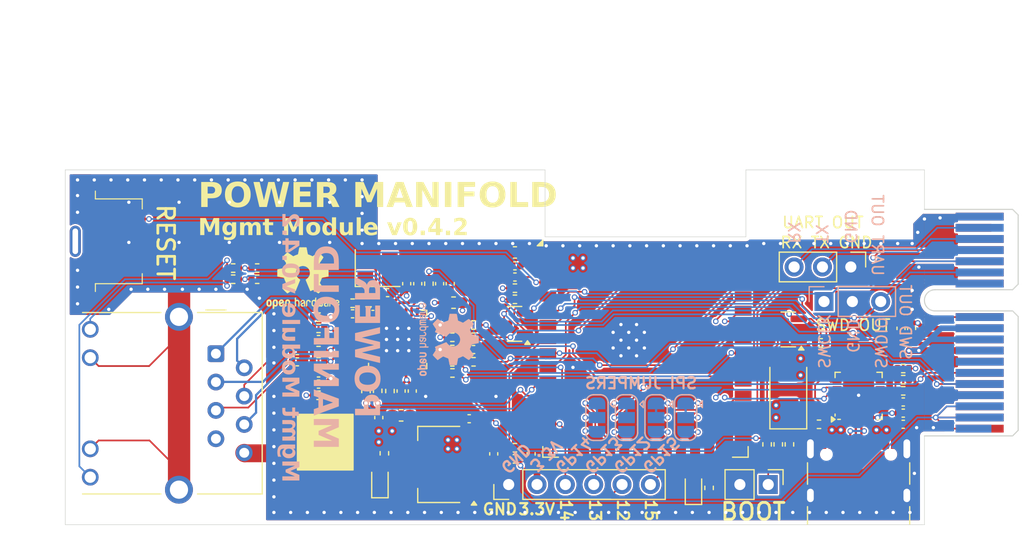
<source format=kicad_pcb>
(kicad_pcb (version 20240108) (generator "pcbnew") (generator_version "8.0")
  (title_block (date "2024-07-14") (rev "v0.4.2"))
  (layers (0 "F.Cu" signal) (1 "In1.Cu" power) (2 "In2.Cu" power) (31 "B.Cu" signal) (34 "B.Paste" user) (35 "F.Paste" user) (36 "B.SilkS" user "B.Silkscreen") (37 "F.SilkS" user "F.Silkscreen") (38 "B.Mask" user) (39 "F.Mask" user) (44 "Edge.Cuts" user))
  (net 0 "")
  (net 1 "GND")
  (net 2 "+3.3V")
  (net 3 "/RX_D+")
  (net 4 "/RX_D-")
  (net 5 "/3.45V")
  (net 6 "Net-(D2-A)")
  (net 7 "/SCL")
  (net 8 "/VIN")
  (net 9 "/RXD2")
  (net 10 "/OVERLOAD")
  (net 11 "/~{ALERT}")
  (net 12 "/SW_A0")
  (net 13 "+5V")
  (net 14 "/TXD2")
  (net 15 "/SDA")
  (net 16 "/SW_A1")
  (net 17 "/SWDIO")
  (net 18 "/SW_A2")
  (net 19 "/SWCLK")
  (net 20 "/~{I2C_RESET}")
  (net 21 "/TX_D-")
  (net 22 "/TX_D+")
  (net 23 "/D-")
  (net 24 "/D+")
  (net 25 "/RTS")
  (net 26 "Net-(Q1-B)")
  (net 27 "Net-(Q2-B)")
  (net 28 "/DTR")
  (net 29 "+3.3VA")
  (net 30 "/TXD0")
  (net 31 "/RXD0")
  (net 32 "Net-(D1-K)")
  (net 34 "Net-(J6-CC1)")
  (net 35 "Net-(J6-CC2)")
  (net 37 "/CKXTAL2")
  (net 38 "Net-(U1-AVDD10OUT)")
  (net 39 "Net-(U2-VO)")
  (net 40 "Net-(U1-DVDD10OUT)")
  (net 41 "/CKXTAL1")
  (net 42 "Net-(J3-TCT)")
  (net 43 "Net-(C21-Pad1)")
  (net 44 "Net-(J3-RCT)")
  (net 45 "Net-(D3-A)")
  (net 46 "/RXD_OUT")
  (net 49 "/TXD_OUT")
  (net 54 "Net-(J2-Pin_1)")
  (net 56 "Net-(J3-Pad9)")
  (net 57 "/GPIO12")
  (net 58 "/GPIO13")
  (net 59 "/GPIO15")
  (net 60 "/GPIO14")
  (net 61 "/EMAC_RXD1")
  (net 62 "/VIN_ADC1")
  (net 63 "/EMAC_TXD0")
  (net 64 "Net-(U1-TXD[0])")
  (net 65 "/EMAC_TXD1")
  (net 66 "Net-(U1-TXD[1])")
  (net 67 "Net-(U1-TXEN)")
  (net 68 "/EMAC_TX_EN")
  (net 69 "/EMAC_RXD0")
  (net 70 "Net-(U1-RXD[0])")
  (net 71 "Net-(U1-RXD[1])")
  (net 72 "/EMAC_RX_DV")
  (net 73 "Net-(U1-CRS{slash}CRS_DV)")
  (net 74 "/ETH_MDC")
  (net 75 "Net-(U1-MDC)")
  (net 76 "Net-(U1-MDIO)")
  (net 77 "/ETH_MDIO")
  (net 78 "Net-(U1-RSET)")
  (net 79 "Net-(U1-RXDV)")
  (net 80 "/LED_LINK")
  (net 81 "/LED_ACT")
  (net 82 "Net-(U4-VBUS)")
  (net 89 "/REF_CLK_ETH")
  (net 111 "Net-(J3-Pad12)")
  (net 112 "/STATUS_LED")
  (net 113 "Net-(U1-~{PHYRSTB})")
  (footprint "Package_TO_SOT_SMD:SOT-223-3_TabPin2" (layer "F.Cu") (at 58.5 51.4 180)
    (property "Reference" "U2" (hide yes))
    (property "Value" "AMS1117-3.3")
  )
  (footprint "Resistor_SMD:R_0402_1005Metric" (layer "F.Cu") (at 82.7 53.5 -90)
    (property "Reference" "R31" (hide yes))
    (property "Value" "470R")
  )
  (footprint "Resistor_SMD:R_0402_1005Metric" (layer "F.Cu") (at 92.55 47.8 180)
    (property "Reference" "R14" (hide yes))
    (property "Value" "100K")
  )
  (footprint "Capacitor_SMD:C_0402_1005Metric" (layer "F.Cu") (at 53.89 36)
    (property "Reference" "C6" (hide yes))
    (property "Value" "10pF")
  )
  (footprint "Resistor_SMD:R_0402_1005Metric" (layer "F.Cu") (at 47.7 39.2 180)
    (property "Reference" "R24" (hide yes))
    (property "Value" "49.9R")
  )
  (footprint "Capacitor_SMD:C_0402_1005Metric" (layer "F.Cu") (at 55.1 44.82 -90)
    (property "Reference" "C9" (hide yes))
    (property "Value" "1uF")
  )
  (footprint "Capacitor_SMD:C_0402_1005Metric" (layer "F.Cu") (at 53.1 47.2 90)
    (property "Reference" "C19" (hide yes))
    (property "Value" "100nF")
  )
  (footprint "Connector_PCBEdge:BUS_PCIexpress_x1" (layer "F.Cu") (at 106.95 48.19 90)
    (property "Reference" "J1" (hide yes))
    (property "Value" "Bus_PCI_Express_x1")
    (fp_line (start 19.65 -4.95) (end 19.65 2.95) (stroke (width 0.1)) (layer "Edge.Cuts"))
    (fp_line (start -0.65 -4.95) (end -0.65 2.95) (stroke (width 0.1)) (layer "Edge.Cuts"))
    (fp_line (start 12.45 -4) (end 12.45 2.95) (stroke (width 0.1)) (layer "Edge.Cuts"))
    (fp_line (start 10.55 -4) (end 10.55 2.95) (stroke (width 0.1)) (layer "Edge.Cuts"))
    (fp_line (start 19.65 2.95) (end 19.15 3.45) (stroke (width 0.1)) (layer "Edge.Cuts"))
    (fp_line (start 12.45 2.95) (end 12.95 3.45) (stroke (width 0.1)) (layer "Edge.Cuts"))
    (fp_line (start 10.55 2.95) (end 10.05 3.45) (stroke (width 0.1)) (layer "Edge.Cuts"))
    (fp_line (start -0.65 2.95) (end -0.15 3.45) (stroke (width 0.1)) (layer "Edge.Cuts"))
    (fp_line (start 12.95 3.45) (end 19.15 3.45) (stroke (width 0.1)) (layer "Edge.Cuts"))
    (fp_line (start -0.15 3.45) (end 10.05 3.45) (stroke (width 0.1)) (layer "Edge.Cuts"))
    (fp_arc (start 10.55 -4) (mid 11.5 -4.95) (end 12.45 -4) (stroke (width 0.1)) (layer "Edge.Cuts"))
  )
  (footprint "Capacitor_SMD:C_0402_1005Metric" (layer "F.Cu") (at 51.99 36 180)
    (property "Reference" "C1" (hide yes))
    (property "Value" "10pF")
  )
  (footprint "Capacitor_SMD:C_0402_1005Metric" (layer "F.Cu") (at 100.1 46.8)
    (property "Reference" "C24" (hide yes))
    (property "Value" "100nF")
  )
  (footprint "Capacitor_SMD:C_0402_1005Metric" (layer "F.Cu") (at 100.1 47.8)
    (property "Reference" "C26" (hide yes))
    (property "Value" "100nF")
  )
  (footprint "Capacitor_SMD:C_0402_1005Metric" (layer "F.Cu") (at 100.85 39.2 -90)
    (property "Reference" "C12" (hide yes))
    (property "Value" "10uF")
  )
  (footprint "Local Library:Yuandi_TS-1037-Ax" (layer "F.Cu") (at 25.7 31.4 90)
    (property "Reference" "SW1" (hide yes))
    (property "Value" "RESET")
  )
  (footprint "Resistor_SMD:R_0402_1005Metric" (layer "F.Cu") (at 87.9 49.6 90)
    (property "Reference" "R11" (hide yes))
    (property "Value" "10K")
  )
  (footprint "Resistor_SMD:R_0402_1005Metric" (layer "F.Cu") (at 65.3 49.9)
    (property "Reference" "R4" (hide yes))
    (property "Value" "1K")
  )
  (footprint "Capacitor_SMD:C_0402_1005Metric" (layer "F.Cu") (at 45.8 42.2)
    (property "Reference" "C17" (hide yes))
    (property "Value" "100nF")
  )
  (footprint "Package_TO_SOT_SMD:SOT-23" (layer "F.Cu") (at 89.8 39.3 180)
    (property "Reference" "Q1" (hide yes))
    (property "Value" "MMBT3904")
  )
  (footprint "Resistor_SMD:R_0402_1005Metric" (layer "F.Cu") (at 47.7 41.2 180)
    (property "Reference" "R25" (hide yes))
    (property "Value" "49.9R")
  )
  (footprint "Resistor_SMD:R_0402_1005Metric" (layer "F.Cu") (at 65.3 50.9 180)
    (property "Reference" "R3" (hide yes))
    (property "Value" "39K")
  )
  (footprint "LED_SMD:LED_0603_1608Metric" (layer "F.Cu") (at 53.2 52.9 90)
    (property "Reference" "D2" (hide yes))
    (property "Value" "RED LED")
  )
  (footprint "Capacitor_SMD:C_0402_1005Metric" (layer "F.Cu") (at 61.2 47.3 180)
    (property "Reference" "C11" (hide yes))
    (property "Value" "10uF")
  )
  (footprint "Resistor_SMD:R_0402_1005Metric" (layer "F.Cu") (at 42.2 34.8)
    (property "Reference" "R30" (hide yes))
    (property "Value" "4.7K")
  )
  (footprint "RF_Module:ESP32-WROOM-32E" (layer "F.Cu") (at 77 37.8)
    (property "Reference" "U3" (hide yes))
    (property "Value" "ESP32-WROOM-32E")
  )
  (footprint "Resistor_SMD:R_0402_1005Metric" (layer "F.Cu") (at 51.95 44.82 90)
    (property "Reference" "R8" (hide yes))
    (property "Value" "22R")
  )
  (footprint "Resistor_SMD:R_0402_1005Metric" (layer "F.Cu") (at 61.59 38.9)
    (property "Reference" "R13" (hide yes))
    (property "Value" "22R")
  )
  (footprint "LED_SMD:LED_0603_1608Metric" (layer "F.Cu") (at 81.3 53.5 90)
    (property "Reference" "D3" (hide yes))
    (property "Value" "BLUE LED")
  )
  (footprint "Package_TO_SOT_SMD:SOT-23" (layer "F.Cu") (at 65.2625 38.8 180)
    (property "Reference" "Q2" (hide yes))
    (property "Value" "MMBT3904")
  )
  (footprint "Capacitor_SMD:C_0402_1005Metric" (layer "F.Cu") (at 100.1 45.8)
    (property "Reference" "C25" (hide yes))
    (property "Value" "1uF")
  )
  (footprint "Inductor_SMD:L_0603_1608Metric" (layer "F.Cu") (at 59.8 36.9 180)
    (property "Reference" "L1" (hide yes))
    (property "Value" "600R")
  )
  (footprint "Resistor_SMD:R_0402_1005Metric" (layer "F.Cu") (at 92.7 40.5 180)
    (property "Reference" "R20" (hide yes))
    (property "Value" "10K")
  )
  (footprint "Resistor_SMD:R_0402_1005Metric" (layer "F.Cu") (at 59.69 42.2 180)
    (property "Reference" "R6" (hide yes))
    (property "Value" "22R")
  )
  (footprint "Capacitor_SMD:C_0402_1005Metric" (layer "F.Cu") (at 56.59 35.2 -90)
    (property "Reference" "C5" (hide yes))
    (property "Value" "100nF")
  )
  (footprint "Connector_PinHeader_2.54mm:PinHeader_1x02_P2.54mm_Vertical" (layer "F.Cu") (at 88 53.2 -90)
    (property "Reference" "J2" (hide yes))
    (property "Value" "BOOT")
  )
  (footprint "Resistor_SMD:R_0402_1005Metric" (layer "F.Cu") (at 57.59 35.2 -90)
    (property "Reference" "R10" (hide yes))
    (property "Value" "22R")
  )
  (footprint "Resistor_SMD:R_0402_1005Metric" (layer "F.Cu") (at 42.2 33.8 180)
    (property "Reference" "R29" (hide yes))
    (property "Value" "4.7K")
  )
  (footprint "Resistor_SMD:R_0402_1005Metric" (layer "F.Cu") (at 59.69 38.9 180)
    (property "Reference" "R18" (hide yes))
    (property "Value" "10K")
  )
  (footprint "Capacitor_SMD:C_0402_1005Metric" (layer "F.Cu") (at 45.8 41.2)
    (property "Reference" "C14" (hide yes))
    (property "Value" "100nF")
  )
  (footprint "Package_DFN_QFN:QFN-24-1EP_4x4mm_P0.5mm_EP2.6x2.6mm" (layer "F.Cu") (at 96.1 45.25 90)
    (property "Reference" "U4" (hide yes))
    (property "Value" "CH9102F")
  )
  (footprint "Resistor_SMD:R_0402_1005Metric" (layer "F.Cu") (at 50.75 36.95)
    (property "Reference" "R15" (hide yes))
    (property "Value" "2.49K 1%")
  )
  (footprint "Resistor_SMD:R_0402_1005Metric" (layer "F.Cu") (at 59.69 40 180)
    (property "Reference" "R17" (hide yes))
    (property "Value" "10K")
  )
  (footprint "Resistor_SMD:R_0402_1005Metric" (layer "F.Cu") (at 100.1 44.8)
    (property "Reference" "R33" (hide yes))
    (property "Value" "47K")
  )
  (footprint "Resistor_SMD:R_0402_1005Metric" (layer "F.Cu") (at 61.59 42.2 180)
    (property "Reference" "R7" (hide yes))
    (property "Value" "22R")
  )
  (footprint "Resistor_SMD:R_0402_1005Metric" (layer "F.Cu") (at 61.59 40)
    (property "Reference" "R12" (hide yes))
    (property "Value" "22R")
  )
  (footprint "Capacitor_SMD:C_0402_1005Metric" (layer "F.Cu") (at 47.7 44.2 180)
    (property "Reference" "C4" (hide yes))
    (property "Value" "1uF")
  )
  (footprint "Capacitor_SMD:C_0402_1005Metric" (layer "F.Cu") (at 59.5 35.2 90)
    (property "Reference" "C13" (hide yes))
    (property "Value" "1uF")
  )
  (footprint "Resistor_SMD:R_0402_1005Metric" (layer "F.Cu") (at 40.05 33.8)
    (property "Reference" "R27" (hide yes))
    (property "Value" "220R")
  )
  (footprint "Resistor_SMD:R_0402_1005Metric" (layer "F.Cu") (at 54.1 44.82 90)
    (property "Reference" "R1" (hide yes))
    (property "Value" "4.7K")
  )
  (footprint "Resistor_SMD:R_0402_1005Metric" (layer "F.Cu") (at 47.7 38.2 180)
    (property "Reference" "R23" (hide yes))
    (property "Value" "49.9R")
  )
  (footprint "Diode_SMD:D_SMA" (layer "F.Cu") (at 89.8 44.7 90)
    (property "Reference" "D1" (hide yes))
    (property "Value" "SS54")
  )
  (footprint "Capacitor_SMD:C_0402_1005Metric" (layer "F.Cu") (at 61.59 41.1)
    (property "Reference" "C3" (hide yes))
    (property "Value" "100nF")
  )
  (footprint "Inductor_SMD:L_0603_1608Metric" (layer "F.Cu") (at 55.1 47 180)
    (property "Reference" "L2" (hide yes))
    (property "Value" "600R")
  )
  (footprint "Capacitor_SMD:C_0402_1005Metric" (layer "F.Cu") (at 63.4 50.45 90)
    (property "Reference" "C15" (hide yes))
    (property "Value" "10uF")
  )
  (footprint "Resistor_SMD:R_0402_1005Metric" (layer "F.Cu") (at 53.6 50.4 -90)
    (property "Reference" "R22" (hide yes))
    (property "Value" "4.7K")
  )
  (footprint "Capacitor_SMD:C_0402_1005Metric" (layer "F.Cu") (at 47.7 43.2 180)
    (property "Reference" "C7" (hide yes))
    (property "Value" "100nF")
  )
  (footprint "Capacitor_SMD:C_0402_1005Metric" (layer "F.Cu") (at 50.75 37.9)
    (property "Reference" "C2" (hide yes))
    (property "Value" "100nF")
  )
  (footprint "Resistor_SMD:R_0402_1005Metric" (layer "F.Cu") (at 40.05 34.8 180)
    (property "Reference" "R28" (hide yes))
    (property "Value" "4.7K")
  )
  (footprint "Capacitor_SMD:C_0402_1005Metric" (layer "F.Cu") (at 58.55 35.2 90)
    (property "Reference" "C20" (hide yes))
    (property "Value" "100nF")
  )
  (footprint "Capacitor_SMD:C_0402_1005Metric" (layer "F.Cu") (at 65.3 34.6 180)
    (property "Reference" "C10" (hide yes))
    (property "Value" "1uF")
  )
  (footprint "Capacitor_SMD:C_0402_1005Metric" (layer "F.Cu") (at 66.75 50.45 90)
    (property "Reference" "C27" (hide yes))
    (property "Value" "10uF")
  )
  (footprint "Symbol:OSHW-Logo2_7.3x6mm_SilkScreen" (layer "F.Cu") (at 46.3 34.7)
    (property "Reference" "REF**" (hide yes))
    (property "Value" "OSHW-Logo2_7.3x6mm_SilkScreen" (hide yes))
  )
  (footprint "Resistor_SMD:R_0402_1005Metric" (layer "F.Cu") (at 65.3 35.6 180)
    (property "Reference" "R16" (hide yes))
    (property "Value" "10K")
  )
  (footprint "Capacitor_SMD:C_0402_1005Metric" (layer "F.Cu") (at 47.7 40.2 180)
    (property "Reference" "C21" (hide yes))
    (property "Value" "100nF")
  )
  (footprint "Resistor_SMD:R_0402_1005Metric" (layer "F.Cu") (at 53 44.8 90)
    (property "Reference" "R9" (hide yes))
    (property "Value" "22R")
  )
  (footprint "Connector_PinHeader_2.54mm:PinHeader_1x03_P2.54mm_Vertical" (layer "F.Cu") (at 95.4 33.7 -90)
    (property "Reference" "J7" (hide yes))
    (property "Value" "UART")
  )
  (footprint "Capacitor_SMD:C_0603_1608Metric" (layer "F.Cu") (at 65.3 32.4)
    (property "Reference" "C23" (hide yes))
    (property "Value" "22uF")
  )
  (footprint "Connector_RJ:RJ45_Hanrun_HR911105A_Horizontal" (layer "F.Cu") (at 38.5 41.475 -90)
    (property "Reference" "J3" (hide yes))
    (property "Value" "RJ45_Hanrun_HR913550A_Horizontal")
  )
  (footprint "Connector_USB:USB_C_Receptacle_XKB_U262-16XN-4BVC11" (layer "F.Cu") (at 96.1 53.1)
    (property "Reference" "J6" (hide yes))
    (property "Value" "USB_C")
  )
  (footprint "Capacitor_SMD:C_0402_1005Metric" (layer "F.Cu") (at 65.3 33.6)
    (property "Reference" "C22" (hide yes))
    (property "Value" "100nF")
  )
  (footprint "Connector_PinHeader_2.54mm:PinHeader_1x06_P2.54mm_Vertical" (layer "F.Cu") (at 64.74 53.2 90)
    (property "Reference" "J4" (hide yes))
    (property "Value" "GPIO")
  )
  (footprint "Resistor_SMD:R_0402_1005Metric" (layer "F.Cu") (at 47.7 42.2 180)
    (property "Reference" "R26" (hide yes))
    (property "Value" "49.9R")
  )
  (footprint "Resistor_SMD:R_0402_1005Metric" (layer "F.Cu") (at 100.1 42.8 180)
    (property "Reference" "R34" (hide yes))
    (property "Value" "47K")
  )
  (footprint "Crystal:Crystal_SMD_3225-4Pin_3.2x2.5mm" (layer "F.Cu") (at 52.99 33.8)
    (property "Reference" "Y1" (hide yes))
    (property "Value" "50MHz")
  )
  (footprint "Resistor_SMD:R_0402_1005Metric" (layer "F.Cu") (at 88.9 49.6 90)
    (property "Reference" "R36" (hide yes))
    (property "Value" "5.1K")
  )
  (footprint "Resistor_SMD:R_0402_1005Metric" (layer "F.Cu") (at 89.9 49.6 90)
    (property "Reference" "R35" (hide yes))
    (property "Value" "5.1K")
  )
  (footprint "Capacitor_SMD:C_0402_1005Metric" (layer "F.Cu") (at 55.6 35.2 90)
    (property "Reference" "C18" (hide yes))
    (property "Value" "1uF")
  )
  (footprint "Resistor_SMD:R_0402_1005Metric" (layer "F.Cu") (at 100.1 43.8 180)
    (property "Reference" "R32" (hide yes))
    (property "Value" "47K")
  )
  (footprint "Resistor_SMD:R_0402_1005Metric" (layer "F.Cu") (at 59.7 43.2 180)
    (property "Reference" "R5" (hide yes))
    (property "Value" "22R")
  )
  (footprint "Capacitor_SMD:C_0402_1005Metric" (layer "F.Cu") (at 56.1 44.82 -90)
    (property "Reference" "C8" (hide yes))
    (property "Value" "100nF")
  )
  (footprint "Package_DFN_QFN:QFN-32-1EP_5x5mm_P0.5mm_EP3.6x3.6mm_ThermalVias" (layer "F.Cu") (at 54.79 40.2)
    (property "Reference" "U1" (hide yes))
    (property "Value" "RTL8201F-VB-CG")
  )
  (footprint "Resistor_SMD:R_0402_1005Metric" (layer "F.Cu") (at 65.3 36.6)
    (property "Reference" "R21" (hide yes))
    (property "Value" "10K")
  )
  (footprint "Capacitor_SMD:C_0402_1005Metric" (layer "F.Cu") (at 99.9 39.2 -90)
    (property "Reference" "C16" (hide yes))
    (property "Value" "100nF")
  )
  (footprint "Resistor_SMD:R_0402_1005Metric" (layer "F.Cu") (at 59.69 41.1)
    (property "Reference" "R2" (hide yes))
    (property "Value" "4.7K")
  )
  (footprint "Resistor_SMD:R_0402_1005Metric" (layer "F.Cu") (at 47.7 45.2 180)
    (property "Reference" "R19" (hide yes))
    (property "Value" "10K")
  )
  (footprint "Local Library:SolderJumper-3_P1.3mm_Bridged12_RoundedPad1.0x1.5mm" (layer "B.Cu") (at 77.95 47.2 -90)
    (property "Reference" "JP2" (hide yes))
    (property "Value" "RXD")
  )
  (footprint "Local Library:SolderJumper-3_P1.3mm_Bridged12_RoundedPad1.0x1.5mm" (layer "B.Cu") (at 80.6 47.2 -90)
    (property "Reference" "JP1" (hide yes))
    (property "Value" "TXD")
  )
  (footprint "Local Library:SolderJumper-3_P1.3mm_Bridged12_RoundedPad1.0x1.5mm" (layer "B.Cu") (at 72.65 47.2 -90)
    (property "Reference" "JP4" (hide yes))
    (property "Value" "SW_A2")
  )
  (footprint "Connector_PinHeader_2.54mm:PinHeader_1x03_P2.54mm_Vertical" (layer "B.Cu") (at 93 36.8 -90)
    (property "Reference" "J5" (hide yes))
    (property "Value" "SWD")
  )
  (footprint "Local Library:SolderJumper-3_P1.3mm_Bridged12_RoundedPad1.0x1.5mm" (layer "B.Cu") (at 75.3 47.2 -90)
    (property "Reference" "JP3" (hide yes))
    (property "Value" "SW_A1")
  )
  (footprint "Symbol:OSHW-Logo2_7.3x6mm_SilkScreen" (layer "B.Cu") (at 59.3 40.2 90)
    (property "Reference" "REF**" (hide yes))
    (property "Value" "OSHW-Logo2_7.3x6mm_SilkScreen" (hide yes))
  )
  (gr_rect (start 45.8 46.9) (end 50.8 51.9) (stroke (width 0.1)) (fill solid) (layer "F.SilkS"))
  (gr_line (start 86 25) (end 102 25) (stroke (width 0.05)) (layer "Edge.Cuts"))
  (gr_line (start 102 25) (end 102 28.54) (stroke (width 0.05)) (layer "Edge.Cuts"))
  (gr_line (start 102 56.8) (end 102 48.84) (stroke (width 0.05)) (layer "Edge.Cuts"))
  (gr_line (start 86 31) (end 86 25) (stroke (width 0.05)) (layer "Edge.Cuts"))
  (gr_line (start 25 25) (end 25 56.8) (stroke (width 0.05)) (layer "Edge.Cuts"))
  (gr_line (start 25 25) (end 68 25) (stroke (width 0.05)) (layer "Edge.Cuts"))
  (gr_line (start 68 25) (end 68 31) (stroke (width 0.05)) (layer "Edge.Cuts"))
  (gr_line (start 68 31) (end 86 31) (stroke (width 0.05)) (layer "Edge.Cuts"))
  (gr_line (start 25 56.8) (end 102 56.8) (stroke (width 0.05)) (layer "Edge.Cuts"))
  (gr_text "GP12" (at 73.9 51.6 225) (layer "B.SilkS") (effects (font (size 1 1) (thickness 0.2) (bold yes)) (justify left bottom mirror)))
  (gr_text "3.3V" (at 66.4 51.4 225) (layer "B.SilkS") (effects (font (size 1 1) (thickness 0.2) (bold yes)) (justify left bottom mirror)))
  (gr_text "TX" (at 92.2 31.7 270) (layer "B.SilkS") (effects (font (size 1 1)) (justify left bottom mirror)))
  (gr_text "GND" (at 94.8 31.7 -90) (layer "B.SilkS") (effects (font (size 1 1)) (justify left bottom mirror)))
  (gr_text "GND" (at 95 41.5 -90) (layer "B.SilkS") (effects (font (size 1 1)) (justify left bottom mirror)))
  (gr_text "POWER\nMANIFOLD" (at 46.9 40.9 270) (layer "B.SilkS") (effects (font (size 2.2 2.2) (thickness 0.5) (bold yes) (italic yes)) (justify bottom mirror)))
  (gr_text "GP15" (at 76.5 51.6 225) (layer "B.SilkS") (effects (font (size 1 1) (thickness 0.2) (bold yes)) (justify left bottom mirror)))
  (gr_text "GP14" (at 68.65 51.6 225) (layer "B.SilkS") (effects (font (size 1 1) (thickness 0.2) (bold yes)) (justify left bottom mirror)))
  (gr_text "UART OUT" (at 97.2 34.6 270) (layer "B.SilkS") (effects (font (size 1 1)) (justify left bottom mirror)))
  (gr_text "SWCLK" (at 92.4 42.9 270) (layer "B.SilkS") (effects (font (size 1 1)) (justify left bottom mirror)))
  (gr_text "SPI JUMPERS" (at 76.6 44.7 0) (layer "B.SilkS") (effects (font (size 1 1) (thickness 0.2) (bold yes)) (justify bottom mirror)))
  (gr_text "SWD OUT" (at 99.7 42.1 -90) (layer "B.SilkS") (effects (font (size 1 1)) (justify left bottom mirror)))
  (gr_text "Mgmt Module ${REVISION}" (at 44.2 40.9 270) (layer "B.SilkS") (effects (font (size 1.5 1.5) (thickness 0.3) (bold yes)) (justify bottom mirror)))
  (gr_text "RX" (at 89.7 31.7 270) (layer "B.SilkS") (effects (font (size 1 1)) (justify left bottom mirror)))
  (gr_text "GND" (at 63.8 51.6 225) (layer "B.SilkS") (effects (font (size 1 1) (thickness 0.2) (bold yes)) (justify left bottom mirror)))
  (gr_text "GP13" (at 71.3 51.6 225) (layer "B.SilkS") (effects (font (size 1 1) (thickness 0.2) (bold yes)) (justify left bottom mirror)))
  (gr_text "SWDIO" (at 97.5 42.9 -90) (layer "B.SilkS") (effects (font (size 1 1)) (justify left bottom mirror)))
  (gr_text "15" (at 76.9 54.425 270) (layer "F.SilkS") (effects (font (size 1 1) (thickness 0.2) (bold yes)) (justify left bottom)))
  (gr_text "3.3V" (at 65.5 56 0) (layer "F.SilkS") (effects (font (size 1 1) (thickness 0.2) (bold yes)) (justify left bottom)))
  (gr_text "RX TX GND" (at 89 32.1 0) (layer "F.SilkS") (effects (font (size 1 1)) (justify left bottom)))
  (gr_text "14" (at 69.3 54.425 270) (layer "F.SilkS") (effects (font (size 1 1) (thickness 0.2) (bold yes)) (justify left bottom)))
  (gr_text "BOOT" (at 83.6 56.5 0) (layer "F.SilkS") (effects (font (size 1.5 1.5) (thickness 0.25) (bold yes)) (justify left bottom)))
  (gr_text "SWD OUT" (at 95.6 39.5 0) (layer "F.SilkS") (effects (font (size 1 1)) (justify bottom)))
  (gr_text "GND" (at 62.3 56 0) (layer "F.SilkS") (effects (font (size 1 1) (thickness 0.2) (bold yes)) (justify left bottom)))
  (gr_text "13" (at 71.9 54.425 270) (layer "F.SilkS") (effects (font (size 1 1) (thickness 0.2) (bold yes)) (justify left bottom)))
  (gr_text "RESET" (at 33.1 31.5 270) (layer "F.SilkS") (effects (font (size 1.5 1.5) (thickness 0.25) (bold yes)) (justify bottom)))
  (gr_text "POWER MANIFOLD" (at 36.9 28.7 0) (layer "F.SilkS") (effects (font (size 2.2 2.2) (thickness 0.5) (bold yes) (italic yes)) (justify left bottom)))
  (gr_text "12" (at 74.4 54.425 270) (layer "F.SilkS") (effects (font (size 1 1) (thickness 0.2) (bold yes)) (justify left bottom)))
  (gr_text "Mgmt Module ${REVISION}" (at 36.9 31.1 0) (layer "F.SilkS") (effects (font (size 1.5 1.5) (thickness 0.3) (bold yes)) (justify left bottom)))
  (gr_text "UART OUT" (at 92.9 30.3 0) (layer "F.SilkS") (effects (font (size 1 1)) (justify bottom)))
  (segment (start 27.24 50) (end 27.99 49.25) (width 0.15) (layer "F.Cu") (net 1))
  (segment (start 35.2 38.18) (end 35.2 53.65) (width 2) (layer "F.Cu") (net 1))
  (segment (start 32.547766 49.25) (end 35.19 51.892234) (width 0.15) (layer "F.Cu") (net 1))
  (segment (start 27.99 49.25) (end 32.547766 49.25) (width 0.15) (layer "F.Cu") (net 1))
  (segment (start 41.04 50.355) (end 41.085 50.4) (width 1.6) (layer "F.Cu") (net 1))
  (segment (start 55.25 38.95) (end 56.3 38.95) (width 0.15) (layer "F.Cu") (net 1))
  (segment (start 27.24 41.83) (end 27.99 42.58) (width 0.15) (layer "F.Cu") (net 1))
  (segment (start 41.085 50.4) (end 43.4 50.4) (width 1.6) (layer "F.Cu") (net 1))
  (segment (start 32.517716 42.58) (end 35.19 39.907716) (width 0.15) (layer "F.Cu") (net 1))
  (segment (start 35.2 35) (end 35.2 38.16) (width 2) (layer "F.Cu") (net 1))
  (segment (start 27.99 42.58) (end 32.517716 42.58) (width 0.15) (layer "F.Cu") (net 1))
  (segment (start 35.19 39.907716) (end 35.19 38.17) (width 0.15) (layer "F.Cu") (net 1))
  (via (at 43.7 46.8) (size 0.5) (drill 0.3) (layers "F.Cu" "B.Cu") (net 1))
  (via (at 29.1 25.9) (size 0.5) (drill 0.3) (layers "F.Cu" "B.Cu") (net 1))
  (via (at 69.2 55.7) (size 0.5) (drill 0.3) (layers "F.Cu" "B.Cu") (net 1))
  (via (at 38.1 25.9) (size 0.5) (drill 0.3) (layers "F.Cu" "B.Cu") (net 1))
  (via (at 26.1 27.3) (size 0.5) (drill 0.3) (layers "F.Cu" "B.Cu") (net 1))
  (via (at 32.1 25.9) (size 0.5) (drill 0.3) (layers "F.Cu" "B.Cu") (net 1))
  (via (at 41.3 35.7) (size 0.5) (drill 0.3) (layers "F.Cu" "B.Cu") (net 1))
  (via (at 84.6 31.8) (size 0.5) (drill 0.3) (layers "F.Cu" "B.Cu") (net 1))
  (via (at 74.1 31.8) (size 0.5) (drill 0.3) (layers "F.Cu" "B.Cu") (net 1))
  (via (at 96.6 31.6) (size 0.5) (drill 0.3) (layers "F.Cu" "B.Cu") (net 1))
  (via (at 57.6 31.6) (size 0.5) (drill 0.3) (layers "F.Cu" "B.Cu") (net 1))
  (via (at 75.2 55.7) (size 0.5) (drill 0.3) (layers "F.Cu" "B.Cu") (net 1))
  (via (at 103.4 29.3) (size 0.5) (drill 0.3) (layers "F.Cu" "B.Cu") (net 1))
  (via (at 93.6 31.6) (size 0.5) (drill 0.3) (layers "F.Cu" "B.Cu") (net 1))
  (via (at 48.7 27.9) (size 0.5) (drill 0.3) (layers "F.Cu" "B.Cu") (net 1))
  (via (at 89.1 31.6) (size 0.5) (drill 0.3) (layers "F.Cu" "B.Cu") (net 1))
  (via (at 60.2 55.7) (size 0.5) (drill 0.3) (layers "F.Cu" "B.Cu") (net 1))
  (via (at 43.7 51.3) (size 0.5) (drill 0.3) (layers "F.Cu" "B.Cu") (net 1))
  (via (at 53.1 31.6) (size 0.5) (drill 0.3) (layers "F.Cu" "B.Cu") (net 1))
  (via (at 64.7 55.7) (size 0.5) (drill 0.3) (layers "F.Cu" "B.Cu") (net 1))
  (via (at 59.1 31.6) (size 0.5) (drill 0.3) (layers "F.Cu" "B.Cu") (net 1))
  (via (at 94.7 55.7) (size 0.5) (drill 0.3) (layers "F.Cu" "B.Cu") (net 1))
  (via (at 75.6 31.8) (size 0.5) (drill 0.3) (layers "F.Cu" "B.Cu") (net 1))
  (via (at 65.1 31.6) (size 0.5) (drill 0.3) (layers "F.Cu" "B.Cu") (net 1))
  (via (at 41.1 25.9) (size 0.5) (drill 0.3) (layers "F.Cu" "B.Cu") (net 1))
  (via (at 44.2 31.5) (size 0.5) (drill 0.3) (layers "F.Cu" "B.Cu") (net 1))
  (via (at 51.6 25.9) (size 0.5) (drill 0.3) (layers "F.Cu" "B.Cu") (net 1))
  (via (at 85.7 55.7) (size 0.5) (drill 0.3) (layers "F.Cu" "B.Cu") (net 1))
  (via (at 33.9 35.7) (size 0.5) (drill 0.3) (layers "F.Cu" "B.Cu") (net 1))
  (via (at 82.7 55.7) (size 0.5) (drill 0.3) (layers "F.Cu" "B.Cu") (net 1))
  (via (at 26.1 34) (size 0.5) (drill 0.3) (layers "F.Cu" "B.Cu") (net 1))
  (via (at 45.6 25.9) (size 0.5) (drill 0.3) (layers "F.Cu" "B.Cu") (net 1))
  (via (at 43.7 52.8) (size 0.5) (drill 0.3) (layers "F.Cu" "B.Cu") (net 1))
  (via (at 28.9 37.5) (size 0.5) (drill 0.3) (layers "F.Cu" "B.Cu") (net 1))
  (via (at 35.1 25.9) (size 0.5) (drill 0.3) (layers "F.Cu" "B.Cu") (net 1))
  (via (at 78.2 55.7) (size 0.5) (drill 0.3) (layers "F.Cu" "B.Cu") (net 1))
  (via (at 27.6 25.9) (size 0.5) (drill 0.3) (layers "F.Cu" "B.Cu") (net 1))
  (via (at 72.2 55.7) (size 0.5) (drill 0.3) (layers "F.Cu" "B.Cu") (net 1))
  (via (at 87.2 55.7) (size 0.5) (drill 0.3) (layers "F.Cu" "B.Cu") (net 1))
  (via (at 81.2 55.7) (size 0.5) (drill 0.3) (layers "F.Cu" "B.Cu") (net 1))
  (via (at 102.8 48.1) (size 0.5) (drill 0.3) (layers "F.Cu" "B.Cu") (net 1))
  (via (at 101.5 33.715) (size 0.5) (drill 0.3) (layers "F.Cu" "B.Cu") (net 1))
  (via (at 51.6 30.4) (size 0.5) (drill 0.3) (layers "F.Cu" "B.Cu") (net 1))
  (via (at 83.1 31.8) (size 0.5) (drill 0.3) (layers "F.Cu" "B.Cu") (net 1))
  (via (at 26.1 25.9) (size 0.5) (drill 0.3) (layers "F.Cu" "B.Cu") (net 1))
  (via (at 100.9 31.6) (size 0.5) (drill 0.3) (layers "F.Cu" "B.Cu") (net 1))
  (via (at 48.6 25.9) (size 0.5) (drill 0.3) (layers "F.Cu" "B.Cu") (net 1))
  (via (at 66.6 31.6) (size 0.5) (drill 0.3) (layers "F.Cu" "B.Cu") (net 1))
  (via (at 100.9 35.8) (size 0.5) (drill 0.3) (layers "F.Cu" "B.Cu") (net 1))
  (via (at 44.2 27.9) (size 0.5) (drill 0.3) (layers "F.Cu" "B.Cu") (net 1))
  (via (at 43.7 55.7) (size 0.5) (drill 0.3) (layers "F.Cu" "B.Cu") (net 1))
  (via (at 62.1 31.6) (size 0.5) (drill 0.3) (layers "F.Cu" "B.Cu") (net 1))
  (via (at 42.4 36.5) (size 0.5) (drill 0.3) (layers "F.Cu" "B.Cu") (net 1))
  (via (at 77.1 31.8) (size 0.5) (drill 0.3) (layers "F.Cu" "B.Cu") (net 1))
  (via (at 43.7 49.8) (size 0.5) (drill 0.3) (layers "F.Cu" "B.Cu") (net 1))
  (via (at 90.6 31.6) (size 0.5) (drill 0.3) (layers "F.Cu" "B.Cu") (net 1))
  (via (at 60.6 31.6) (size 0.5) (drill 0.3) (layers "F.Cu" "B.Cu") (net 1))
  (via (at 43.7 45.3) (size 0.5) (drill 0.3) (layers "F.Cu" "B.Cu") (net 1))
  (via (at 91.7 55.7) (size 0.5) (drill 0.3) (layers "F.Cu" "B.Cu") (net 1))
  (via (at 54.2 55.7) (size 0.5) (drill 0.3) (layers "F.Cu" "B.Cu") (net 1))
  (via (at 30.6 25.9) (size 0.5) (drill 0.3) (layers "F.Cu" "B.Cu") (net 1))
  (via (at 93.2 55.7) (size 0.5) (drill 0.3) (layers "F.Cu" "B.Cu") (net 1))
  (via (at 99.6 31.6) (size 0.5) (drill 0.3) (layers "F.Cu" "B.Cu") (net 1))
  (via (at 87.6 31.6) (size 0.5) (drill 0.3) (layers "F.Cu" "B.Cu") (net 1))
  (via (at 101.3 48.1) (size 0.5) (drill 0.3) (layers "F.Cu" "B.Cu") (net 1))
  (via (at 43.7 42.3) (size 0.5) (drill 0.3) (layers "F.Cu" "B.Cu") (net 1))
  (via (at 81.6 31.8) (size 0.5) (drill 0.3) (layers "F.Cu" "B.Cu") (net 1))
  (via (at 88.7 55.7) (size 0.5) (drill 0.3) (layers "F.Cu" "B.Cu") (net 1))
  (via (at 26.1 28.8) (size 0.5) (drill 0.3) (layers "F.Cu" "B.Cu") (net 1))
  (via (at 101.1 52.2) (size 0.5) (drill 0.3) (layers "F.Cu" "B.Cu") (net 1))
  (via (at 54.6 31.6) (size 0.5) (drill 0.3) (layers "F.Cu" "B.Cu") (net 1))
  (via (at 26.1 37) (size 0.5) (drill 0.3) (layers "F.Cu" "B.Cu") (net 1))
  (via (at 80.1 31.8) (size 0.5) (drill 0.3) (layers "F.Cu" "B.Cu") (net 1))
  (via (at 78.6 31.8) (size 0.5) (drill 0.3) (layers "F.Cu" "B.Cu") (net 1))
  (via (at 35.2 27.9) (size 0.5) (drill 0.3) (layers "F.Cu" "B.Cu") (net 1))
  (via (at 43.7 54.3) (size 0.5) (drill 0.3) (layers "F.Cu" "B.Cu") (net 1))
  (via (at 100.7 55.7) (size 0.5) (drill 0.3) (layers "F.Cu" "B.Cu") (net 1))
  (via (at 30.9 35.7) (size 0.5) (drill 0.3) (layers "F.Cu" "B.Cu") (net 1))
  (via (at 48.2 55.7) (size 0.5) (drill 0.3) (layers "F.Cu" "B.Cu") (net 1))
  (via (at 43.7 39.4) (size 0.5) (drill 0.3) (layers "F.Cu" "B.Cu") (net 1))
  (via (at 56.1 31.6) (size 0.5) (drill 0.3) (layers "F.Cu" "B.Cu") (net 1))
  (via (at 39.6 25.9) (size 0.5) (drill 0.3) (layers "F.Cu" "B.Cu") (net 1))
  (via (at 58.7 55.7) (size 0.5) (drill 0.3) (layers "F.Cu" "B.Cu") (net 1))
  (via (at 46.7 55.7) (size 0.5) (drill 0.3) (layers "F.Cu" "B.Cu") (net 1))
  (via (at 37 35.7) (size 0.5) (drill 0.3) (layers "F.Cu" "B.Cu") (net 1))
  (via (at 36.6 25.9) (size 0.5) (drill 0.3) (layers "F.Cu" "B.Cu") (net 1))
  (via (at 70.7 55.7) (size 0.5) (drill 0.3) (layers "F.Cu" "B.Cu") (net 1))
  (via (at 57.3 45.3) (size 0.5) (drill 0.3) (layers "F.Cu" "B.Cu") (net 1))
  (via (at 96.2 55.7) (size 0.5) (drill 0.3) (layers "F.Cu" "B.Cu") (net 1))
  (via (at 63.6 45.3) (size 0.5) (drill 0.3) (layers "F.Cu" "B.Cu") (net 1))
  (via (at 101.4 30.6) (size 0.5) (drill 0.3) (layers "F.Cu" "B.Cu") (net 1))
  (via (at 35.2 31.5) (size 0.5) (drill 0.3) (layers "F.Cu" "B.Cu") (net 1))
  (via (at 30.7 31.5) (size 0.5) (drill 0.3) (layers "F.Cu" "B.Cu") (net 1))
  (via (at 51.6 31.6) (size 0.5) (drill 0.3) (layers "F.Cu" "B.Cu") (net 1))
  (via (at 70.5 42.7) (size 0.45) (drill 0.3) (layers "F.Cu" "B.Cu") (net 1))
  (via (at 68.1 31.8) (size 0.5) (drill 0.3) (layers "F.Cu" "B.Cu") (net 1))
  (via (at 76.7 55.7) (size 0.5) (drill 0.3) (layers "F.Cu" "B.Cu") (net 1))
  (via (at 35.5 35.7) (size 0.5) (drill 0.3) (layers "F.Cu" "B.Cu") (net 1))
  (via (at 86.1 31.8) (size 0.5) (drill 0.3) (layers "F.Cu" "B.Cu") (net 1))
  (via (at 42.6 25.9) (size 0.5) (drill 0.3) (layers "F.Cu" "B.Cu") (net 1))
  (via (at 51.2 55.7) (size 0.5) (drill 0.3) (layers "F.Cu" "B.Cu") (net 1))
  (via (at 100.9 37.5) (size 0.5) (drill 0.3) (layers "F.Cu" "B.Cu") (net 1))
  (via (at 79.7 55.7) (size 0.5) (drill 0.3) (layers "F.Cu" "B.Cu") (net 1))
  (via (at 47.1 25.9) (size 0.5) (drill 0.3) (layers "F.Cu" "B.Cu") (net 1))
  (via (at 49.7 55.7) (size 0.5) (drill 0.3) (layers "F.Cu" "B.Cu") (net 1))
  (via (at 39.7 31.5) (size 0.5) (drill 0.3) (layers "F.Cu" "B.Cu") (net 1))
  (via (at 50.1 25.9) (size 0.5) (drill 0.3) (layers "F.Cu" "B.Cu") (net 1))
  (via (at 33.6 25.9) (size 0.5) (drill 0.3) (layers "F.Cu" "B.Cu") (net 1))
  (via (at 51.6 27.4) (size 0.5) (drill 0.3) (layers "F.Cu" "B.Cu") (net 1))
  (via (at 99.2 55.7) (size 0.5) (drill 0.3) (layers "F.Cu" "B.Cu") (net 1))
  (via (at 71.1 31.8) (size 0.5) (drill 0.3) (layers "F.Cu" "B.Cu") (net 1))
  (via (at 92.1 31.6) (size 0.5) (drill 0.3) (layers "F.Cu" "B.Cu") (net 1))
  (via (at 43.7 48.3) (size 0.5) (drill 0.3) (layers "F.Cu" "B.Cu") (net 1))
  (via (at 39.7 27.9) (size 0.5) (drill 0.3) (layers "F.Cu" "B.Cu") (net 1))
  (via (at 52.7 55.7) (size 0.5) (drill 0.3) (layers "F.Cu" "B.Cu") (net 1))
  (via (at 69.6 31.8) (size 0.5) (drill 0.3) (layers "F.Cu" "B.Cu") (net 1))
  (via (at 43.7 37.9) (size 0.5) (drill 0.3) (layers "F.Cu" "B.Cu") (net 1))
  (via (at 63.2 55.7) (size 0.5) (drill 0.3) (layers "F.Cu" "B.Cu") (net 1))
  (via (at 55.7 55.7) (size 0.5) (drill 0.3) (layers "F.Cu" "B.Cu") (net 1))
  (via (at 48.7 31.5) (size 0.5) (drill 0.3) (layers "F.Cu" "B.Cu") (net 1))
  (via (at 32.4 35.7) (size 0.5) (drill 0.3) (layers "F.Cu" "B.Cu") (net 1))
  (via (at 43.7 40.9) (size 0.5) (drill 0.3) (layers "F.Cu" "B.Cu") (net 1))
  (via (at 57.2 55.7) (size 0.5) (drill 0.3) (layers "F.Cu" "B.Cu") (net 1))
  (via (at 38.5 35.7) (size 0.5) (drill 0.3) (layers "F.Cu" "B.Cu") (net 1))
  (via (at 84.2 55.7) (size 0.5) (drill 0.3) (layers "F.Cu" "B.Cu") (net 1))
  (via (at 102 29.4) (size 0.5) (drill 0.3) (layers "F.Cu" "B.Cu") (net 1))
  (via (at 61.7 55.7) (size 0.5) (drill 0.3) (layers "F.Cu" "B.Cu") (net 1))
  (via (at 97.7 55.7) (size 0.5) (drill 0.3) (layers "F.Cu" "B.Cu") (net 1))
  (via (at 96.1 45.2) (size 0.5) (drill 0.3) (layers "F.Cu" "B.Cu") (net 1))
  (via (at 73.7 55.7) (size 0.5) (drill 0.3) (layers "F.Cu" "B.Cu") (net 1))
  (via (at 44.1 25.9) (size 0.5) (drill 0.3) (layers "F.Cu" "B.Cu") (net 1))
  (via (at 26.1 35.5) (size 0.5) (drill 0.3) (layers "F.Cu" "B.Cu") (net 1))
  (via (at 45.2 55.7) (size 0.5) (drill 0.3) (layers "F.Cu" "B.Cu") (net 1))
  (via (at 63.6 31.6) (size 0.5) (drill 0.3) (layers "F.Cu" "B.Cu") (net 1))
  (via (at 95.1 31.6) (size 0.5) (drill 0.3) (layers "F.Cu" "B.Cu") (net 1))
  (via (at 67.7 55.7) (size 0.5) (drill 0.3) (layers "F.Cu" "B.Cu") (net 1))
  (via (at 72.6 31.8) (size 0.5) (drill 0.3) (layers "F.Cu" "B.Cu") (net 1))
  (via (at 66.2 55.7) (size 0.5) (drill 0.3) (layers "F.Cu" "B.Cu") (net 1))
  (via (at 51.6 28.9) (size 0.5) (drill 0.3) (layers "F.Cu" "B.Cu") (net 1))
  (via (at 98.1 31.6) (size 0.5) (drill 0.3) (layers "F.Cu" "B.Cu") (net 1))
  (via (at 90.2 55.7) (size 0.5) (drill 0.3) (layers "F.Cu" "B.Cu") (net 1))
  (via (at 30.7 27.9) (size 0.5) (drill 0.3) (layers "F.Cu" "B.Cu") (net 1))
  (segment (start 70.5 33.8) (end 70.49 33.81) (width 1) (layer "F.Cu") (net 2))
  (segment (start 54.3 48.4) (end 54.3 47.0125) (width 1) (layer "F.Cu") (net 2))
  (segment (start 67.485 33.81) (end 68.25 33.81) (width 0.6) (layer "F.Cu") (net 2))
  (segment (start 58.6 41.1) (end 59.18 41.1) (width 0.15) (layer "F.Cu") (net 2))
  (segment (start 101.4 38.72) (end 99.9 38.72) (width 0.4) (layer "F.Cu") (net 2))
  (segment (start 55.6 43.84) (end 56.1 44.34) (width 0.25) (layer "F.Cu") (net 2))
  (segment (start 55.1 44.32) (end 55.1 44.34) (width 0.25) (layer "F.Cu") (net 2))
  (segment (start 65.78 33.6) (end 66.075 33.305) (width 0.6) (layer "F.Cu") (net 2))
  (segment (start 67.28 51.46) (end 67.28 53.2) (width 0.6) (layer "F.Cu") (net 2))
  (segment (start 66.075 33.305) (end 66.075 32.4) (width 0.6) (layer "F.Cu") (net 2))
  (segment (start 55.6 43.82) (end 55.1 44.32) (width 0.25) (layer "F.Cu") (net 2))
  (segment (start 53.1 49.6) (end 54.3 48.4) (width 1) (layer "F.Cu") (net 2))
  (segment (start 70.5 32.9) (end 71.4 32.9) (width 1) (layer "F.Cu") (net 2))
  (segment (start 53.1 49.4) (end 53.1 48.4) (width 1) (layer "F.Cu") (net 2))
  (segment (start 55.6 43.82) (end 55.54 43.76) (width 0.25) (layer "F.Cu") (net 2))
  (segment (start 54.3 47.0125) (end 54.3125 47) (width 1) (layer "F.Cu") (net 2))
  (segment (start 53.1 48.4) (end 54.3 48.4) (width 1) (layer "F.Cu") (net 2))
  (segment (start 55.6 43.82) (end 55.6 43.84) (width 0.25) (layer "F.Cu") (net 2))
  (segment (start 71.4 32.9) (end 71.4 33.8) (width 1) (layer "F.Cu") (net 2))
  (segment (start 64.2 35.6) (end 64.79 35.6) (width 0.15) (layer "F.Cu") (net 2))
  (segment (start 70.49 33.81) (end 68.25 33.81) (width 1) (layer "F.Cu") (net 2))
  (segment (start 101.87 39.19) (end 106.95 39.19) (width 0.4) (layer "F.Cu") (net 2))
  (segment (start 58.6 38.9) (end 59.18 38.9) (width 0.15) (layer "F.Cu") (net 2))
  (segment (start 70.5 32.9) (end 70.5 33.8) (width 1) (layer "F.Cu") (net 2))
  (segment (start 55.54 43.76) (end 55.54 42.65) (width 0.25) (layer "F.Cu") (net 2))
  (segment (start 66.075 32.4) (end 67.485 33.81) (width 0.6) (layer "F.Cu") (net 2))
  (segment (start 60.6 37.6) (end 60.6 36.78) (width 0.25) (layer "F.Cu") (net 2))
  (segment (start 58.6 40) (end 59.18 40) (width 0.15) (layer "F.Cu") (net 2))
  (segment (start 101.4 38.72) (end 101.87 39.19) (width 0.4) (layer "F.Cu") (net 2))
  (segment (start 60.6 36.78) (end 59.5 35.68) (width 0.25) (layer "F.Cu") (net 2))
  (segment (start 46.6 45.2) (end 47.19 45.2) (width 0.15) (layer "F.Cu") (net 2))
  (segment (start 70.5 33.8) (end 71.4 33.8) (width 1) (layer "F.Cu") (net 2))
  (segment (start 70.5 32.9) (end 70.49 32.91) (width 1) (layer "F.Cu") (net 2))
  (segment (start 66.75 50.93) (end 67.28 51.46) (width 0.6) (layer "F.Cu") (net 2))
  (via (at 58.6 41.1) (size 0.5) (drill 0.3) (layers "F.Cu" "B.Cu") (net 2))
  (via (at 54.3 48.4) (size 0.5) (drill 0.3) (layers "F.Cu" "B.Cu") (net 2))
  (via (at 101.4 38.72) (size 0.5) (drill 0.3) (layers "F.Cu" "B.Cu") (net 2))
  (via (at 70.5 33.8) (size 0.5) (drill 0.3) (layers "F.Cu" "B.Cu") (net 2))
  (via (at 71.4 32.9) (size 0.5) (drill 0.3) (layers "F.Cu" "B.Cu") (net 2))
  (via (at 64.2 35.6) (size 0.5) (drill 0.3) (layers "F.Cu" "B.Cu") (net 2))
  (via (at 58.6 38.9) (size 0.5) (drill 0.3) (layers "F.Cu" "B.Cu") (net 2))
  (via (at 53.1 48.4) (size 0.5) (drill 0.3) (layers "F.Cu" "B.Cu") (net 2))
  (via (at 71.4 33.8) (size 0.5) (drill 0.3) (layers "F.Cu" "B.Cu") (net 2))
  (via (at 53.1 49.4) (size 0.5) (drill 0.3) (layers "F.Cu" "B.Cu") (net 2))
  (via (at 60.6 37.6) (size 0.5) (drill 0.3) (layers "F.Cu" "B.Cu") (net 2))
  (via (at 55.6 43.82) (size 0.5) (drill 0.3) (layers "F.Cu" "B.Cu") (net 2))
  (via (at 46.6 45.2) (size 0.5) (drill 0.3) (layers "F.Cu" "B.Cu") (net 2))
  (via (at 70.5 32.9) (size 0.5) (drill 0.3) (layers "F.Cu" "B.Cu") (net 2))
  (via (at 58.6 40) (size 0.5) (drill 0.3) (layers "F.Cu" "B.Cu") (net 2))
  (segment (start 51.739999 40.45) (end 52.34 40.45) (width 0.2) (layer "F.Cu") (net 3))
  (segment (start 48.8 41.2) (end 49.5 40.5) (width 0.2) (layer "F.Cu") (net 3))
  (segment (start 51.689999 40.5) (end 51.739999 40.45) (width 0.2) (layer "F.Cu") (net 3))
  (segment (start 49.5 40.5) (end 51.689999 40.5) (width 0.2) (layer "F.Cu") (net 3))
  (segment (start 48.8 41.2) (end 48.21 41.2) (width 0.2) (layer "F.Cu") (net 3))
  (via (at 48.8 41.2) (size 0.5) (drill 0.3) (layers "F.Cu" "B.Cu") (net 3))
  (segment (start 45.217156 41.5) (end 42.717156 44) (width 0.2) (layer "B.Cu") (net 3))
  (segment (start 48.8 41.2) (end 48.5 41.5) (width 0.2) (layer "B.Cu") (net 3))
  (segment (start 42.717156 44) (end 38.515 44) (width 0.2) (layer "B.Cu") (net 3))
  (segment (start 48.5 41.5) (end 45.217156 41.5) (width 0.2) (layer "B.Cu") (net 3))
  (segment (start 38.515 44) (end 38.5 44.015) (width 0.2) (layer "B.Cu") (net 3))
  (segment (start 48.757536 42.2) (end 48.21 42.2) (width 0.2) (layer "F.Cu") (net 4))
  (segment (start 51.739999 40.95) (end 52.34 40.95) (width 0.2) (layer "F.Cu") (net 4))
  (segment (start 48.778768 42.178768) (end 48.757536 42.2) (width 0.2) (layer "F.Cu") (net 4))
  (segment (start 48.778768 42.178768) (end 50.057536 40.9) (width 0.2) (layer "F.Cu") (net 4))
  (segment (start 50.057536 40.9) (end 51.689999 40.9) (width 0.2) (layer "F.Cu") (net 4))
  (segment (start 48.21 42.2) (end 48.21 42.2) (width 0.2) (layer "F.Cu") (net 4))
  (segment (start 51.689999 40.9) (end 51.739999 40.95) (width 0.2) (layer "F.Cu") (net 4))
  (via (at 48.778768 42.178768) (size 0.5) (drill 0.3) (layers "F.Cu" "B.Cu") (net 4))
  (segment (start 45.382844 41.9) (end 42.1 45.182844) (width 0.2) (layer "B.Cu") (net 4))
  (segment (start 42.1 45.182844) (end 42.1 46.755) (width 0.2) (layer "B.Cu") (net 4))
  (segment (start 48.5 41.9) (end 45.382844 41.9) (width 0.2) (layer "B.Cu") (net 4))
  (segment (start 48.778768 42.178768) (end 48.5 41.9) (width 0.2) (layer "B.Cu") (net 4))
  (segment (start 42.1 46.755) (end 41.04 47.815) (width 0.2) (layer "B.Cu") (net 4))
  (segment (start 99.62 46.8) (end 99.62 45.8) (width 0.25) (layer "F.Cu") (net 5))
  (segment (start 99.1 46.8) (end 99.62 46.8) (width 0.25) (layer "F.Cu") (net 5))
  (segment (start 97.7875 47.1875) (end 97.2 47.1875) (width 0.25) (layer "F.Cu") (net 5))
  (segment (start 97.8 47.2) (end 97.7875 47.1875) (width 0.25) (layer "F.Cu") (net 5))
  (segment (start 97.2 47.1875) (end 97.35 47.1875) (width 0.25) (layer "F.Cu") (net 5))
  (segment (start 96.85 47.1875) (end 97.2 47.1875) (width 0.25) (layer "F.Cu") (net 5))
  (via (at 99.1 46.8) (size 0.5) (drill 0.3) (layers "F.Cu" "B.Cu") (net 5))
  (via (at 97.8 47.2) (size 0.5) (drill 0.3) (layers "F.Cu" "B.Cu") (net 5))
  (segment (start 97.8 47.2) (end 98.2 46.8) (width 0.25) (layer "B.Cu") (net 5))
  (segment (start 98.2 46.8) (end 99.1 46.8) (width 0.25) (layer "B.Cu") (net 5))
  (segment (start 53.6 50.91) (end 53.2 51.31) (width 0.15) (layer "F.Cu") (net 6))
  (segment (start 53.2 51.31) (end 53.2 52.1125) (width 0.15) (layer "F.Cu") (net 6))
  (segment (start 106.95 33.19) (end 100.61 33.19) (width 0.15) (layer "F.Cu") (net 7))
  (segment (start 99.1 34.7) (end 97.475736 34.7) (width 0.15) (layer "F.Cu") (net 7))
  (segment (start 86.725 37.675) (end 86.725 43.375) (width 0.15) (layer "F.Cu") (net 7))
  (segment (start 100.61 33.19) (end 99.1 34.7) (width 0.15) (layer "F.Cu") (net 7))
  (segment (start 86.725 43.375) (end 86.13 43.97) (width 0.15) (layer "F.Cu") (net 7))
  (segment (start 96.875736 35.3) (end 89.1 35.3) (width 0.15) (layer "F.Cu") (net 7))
  (segment (start 89.1 35.3) (end 86.725 37.675) (width 0.15) (layer "F.Cu") (net 7))
  (segment (start 97.475736 34.7) (end 96.875736 35.3) (width 0.15) (layer "F.Cu") (net 7))
  (segment (start 86.13 43.97) (end 85.75 43.97) (width 0.15) (layer "F.Cu") (net 7))
  (segment (start 65.8 51.5) (end 65.81 51.49) (width 0.15) (layer "F.Cu") (net 8))
  (segment (start 106.95 47.19) (end 103.01 47.19) (width 0.15) (layer "F.Cu") (net 8))
  (segment (start 104.01 48.19) (end 103.01 47.19) (width 0.15) (layer "F.Cu") (net 8))
  (segment (start 65.81 51.49) (end 65.81 50.9) (width 0.15) (layer "F.Cu") (net 8))
  (segment (start 104.01 46.19) (end 103.01 47.19) (width 0.15) (layer "F.Cu") (net 8))
  (segment (start 106.95 46.19) (end 104.01 46.19) (width 0.15) (layer "F.Cu") (net 8))
  (segment (start 106.95 48.19) (end 104.01 48.19) (width 0.15) (layer "F.Cu") (net 8))
  (via (at 65.8 51.5) (size 0.5) (drill 0.3) (layers "F.Cu" "B.Cu") (net 8))
  (via (at 103.01 47.19) (size 0.5) (drill 0.3) (layers "F.Cu" "B.Cu") (net 8))
  (segment (start 66 51.7) (end 66 53.8) (width 0.15) (layer "B.Cu") (net 8))
  (segment (start 66.9 54.7) (end 89.25 54.7) (width 0.15) (layer "B.Cu") (net 8))
  (segment (start 103.01 47.19) (end 106.95 47.19) (width 0.15) (layer "B.Cu") (net 8))
  (segment (start 101.36 47.19) (end 103.01 47.19) (width 0.15) (layer "B.Cu") (net 8))
  (segment (start 91.55 52.4) (end 96.15 52.4) (width 0.15) (layer "B.Cu") (net 8))
  (segment (start 104.01 46.19) (end 103.01 47.19) (width 0.15) (layer "B.Cu") (net 8))
  (segment (start 65.8 51.5) (end 66 51.7) (width 0.15) (layer "B.Cu") (net 8))
  (segment (start 66 53.8) (end 66.9 54.7) (width 0.15) (layer "B.Cu") (net 8))
  (segment (start 106.95 46.19) (end 104.01 46.19) (width 0.15) (layer "B.Cu") (net 8))
  (segment (start 96.15 52.4) (end 101.36 47.19) (width 0.15) (layer "B.Cu") (net 8))
  (segment (start 89.25 54.7) (end 91.55 52.4) (width 0.15) (layer "B.Cu") (net 8))
  (segment (start 79.61 46.51) (end 85.75 46.51) (width 0.15) (layer "F.Cu") (net 9))
  (segment (start 79 45.9) (end 79.61 46.51) (width 0.15) (layer "F.Cu") (net 9))
  (via (at 71.6 48.4) (size 0.5) (drill 0.3) (layers "F.Cu" "B.Cu") (net 9))
  (via (at 79 45.9) (size 0.5) (drill 0.3) (layers "F.Cu" "B.Cu") (net 9))
  (segment (start 71.6 48.4) (end 72.55 48.4) (width 0.15) (layer "B.Cu") (net 9))
  (segment (start 79 45.9) (end 77.95 45.9) (width 0.15) (layer "B.Cu") (net 9))
  (segment (start 72.55 48.4) (end 72.65 48.5) (width 0.15) (layer "B.Cu") (net 9))
  (segment (start 69.858249 41.569999) (end 68.728248 42.7) (width 0.15) (layer "F.Cu") (net 10))
  (segment (start 68.728248 42.7) (end 68.25 42.7) (width 0.15) (layer "F.Cu") (net 10))
  (segment (start 69.858249 38.641751) (end 69.858249 41.569999) (width 0.15) (layer "F.Cu") (net 10))
  (segment (start 70.7 37.8) (end 69.858249 38.641751) (width 0.15) (layer "F.Cu") (net 10))
  (via (at 70.7 37.8) (size 0.5) (drill 0.3) (layers "F.Cu" "B.Cu") (net 10))
  (segment (start 101.596752 42.025) (end 103.761752 44.19) (width 0.15) (layer "B.Cu") (net 10))
  (segment (start 91.721752 39.1) (end 96.2 39.1) (width 0.15) (layer "B.Cu") (net 10))
  (segment (start 96.2 39.1) (end 99.125 42.025) (width 0.15) (layer "B.Cu") (net 10))
  (segment (start 103.761752 44.19) (end 106.95 44.19) (width 0.15) (layer "B.Cu") (net 10))
  (segment (start 70.7 37.8) (end 71.2 37.3) (width 0.15) (layer "B.Cu") (net 10))
  (segment (start 71.2 37.3) (end 89.921752 37.3) (width 0.15) (layer "B.Cu") (net 10))
  (segment (start 89.921752 37.3) (end 91.721752 39.1) (width 0.15) (layer "B.Cu") (net 10))
  (segment (start 99.125 42.025) (end 101.596752 42.025) (width 0.15) (layer "B.Cu") (net 10))
  (segment (start 70.642132 37.157868) (end 68.91 38.89) (width 0.15) (layer "F.Cu") (net 11))
  (segment (start 95.7 38.25) (end 95.76 38.19) (width 0.15) (layer "F.Cu") (net 11))
  (segment (start 95.76 38.19) (end 106.95 38.19) (width 0.15) (layer "F.Cu") (net 11))
  (segment (start 70.642132 36.407868) (end 70.642132 37.157868) (width 0.15) (layer "F.Cu") (net 11))
  (segment (start 68.91 38.89) (end 68.25 38.89) (width 0.15) (layer "F.Cu") (net 11))
  (via (at 70.642132 36.407868) (size 0.5) (drill 0.3) (layers "F.Cu" "B.Cu") (net 11))
  (via (at 95.7 38.25) (size 0.5) (drill 0.3) (layers "F.Cu" "B.Cu") (net 11))
  (segment (start 71.181752 36.7) (end 90.5 36.7) (width 0.15) (layer "B.Cu") (net 11))
  (segment (start 70.642132 36.407868) (end 70.88962 36.407868) (width 0.15) (layer "B.Cu") (net 11))
  (segment (start 92.1 38.3) (end 95.65 38.3) (width 0.15) (layer "B.Cu") (net 11))
  (segment (start 95.65 38.3) (end 95.7 38.25) (width 0.15) (layer "B.Cu") (net 11))
  (segment (start 70.88962 36.407868) (end 71.181752 36.7) (width 0.15) (layer "B.Cu") (net 11))
  (segment (start 90.5 36.7) (end 92.1 38.3) (width 0.15) (layer "B.Cu") (net 11))
  (segment (start 69.295 41.43) (end 69.3 41.425) (width 0.15) (layer "F.Cu") (net 12))
  (segment (start 103.11 44.19) (end 106.95 44.19) (width 0.15) (layer "F.Cu") (net 12))
  (segment (start 68.25 41.43) (end 69.295 41.43) (width 0.15) (layer "F.Cu") (net 12))
  (segment (start 103.1 44.2) (end 103.11 44.19) (width 0.15) (layer "F.Cu") (net 12))
  (via (at 103.1 44.2) (size 0.5) (drill 0.3) (layers "F.Cu" "B.Cu") (net 12))
  (via (at 69.3 41.425) (size 0.5) (drill 0.3) (layers "F.Cu" "B.Cu") (net 12))
  (segment (start 99.000736 42.325) (end 97.265736 40.59) (width 0.15) (layer "B.Cu") (net 12))
  (segment (start 77.1 42.7) (end 73.9 42.7) (width 0.15) (layer "B.Cu") (net 12))
  (segment (start 72.625 41.425) (end 69.3 41.425) (width 0.15) (layer "B.Cu") (net 12))
  (segment (start 103.1 44.028248) (end 101.396752 42.325) (width 0.15) (layer "B.Cu") (net 12))
  (segment (start 103.1 44.2) (end 103.1 44.028248) (width 0.15) (layer "B.Cu") (net 12))
  (segment (start 97.265736 40.59) (end 79.21 40.59) (width 0.15) (layer "B.Cu") (net 12))
  (segment (start 73.9 42.7) (end 72.625 41.425) (width 0.15) (layer "B.Cu") (net 12))
  (segment (start 79.21 40.59) (end 77.1 42.7) (width 0.15) (layer "B.Cu") (net 12))
  (segment (start 101.396752 42.325) (end 99.000736 42.325) (width 0.15) (layer "B.Cu") (net 12))
  (segment (start 100.61 42.8) (end 100.61 43.8) (width 0.15) (layer "F.Cu") (net 13))
  (segment (start 90.6 41.9) (end 89.8 42.7) (width 1) (layer "F.Cu") (net 13))
  (segment (start 100.62 41.2) (end 100.61 41.19) (width 0.6) (layer "F.Cu") (net 13))
  (segment (start 101.2 42.8) (end 100.61 42.8) (width 0.15) (layer "F.Cu") (net 13))
  (segment (start 101.5 41.19) (end 106.95 41.19) (width 0.6) (layer "F.Cu") (net 13))
  (segment (start 101.49 41.2) (end 100.62 41.2) (width 0.6) (layer "F.Cu") (net 13))
  (segment (start 99.1 47.8) (end 99.62 47.8) (width 0.25) (layer "F.Cu") (net 13))
  (segment (start 100.61 41.19) (end 100.6 41.2) (width 0.5) (layer "F.Cu") (net 13))
  (segment (start 90.5 43.4) (end 89.8 42.7) (width 1) (layer "F.Cu") (net 13))
  (segment (start 90.9 41.9) (end 90.6 41.9) (width 1) (layer "F.Cu") (net 13))
  (segment (start 98.6 48.3) (end 99.1 47.8) (width 0.25) (layer "F.Cu") (net 13))
  (segment (start 101.5 41.19) (end 101.49 41.2) (width 0.6) (layer "F.Cu") (net 13))
  (segment (start 90.9 43.4) (end 90.5 43.4) (width 1) (layer "F.Cu") (net 13))
  (via (at 97.7 48.3) (size 0.5) (drill 0.3) (layers "F.Cu" "B.Cu") (net 13))
  (via (at 93.7 48.3) (size 0.5) (drill 0.3) (layers "F.Cu" "B.Cu") (net 13))
  (via (at 90.9 41.9) (size 0.5) (drill 0.3) (layers "F.Cu" "B.Cu") (net 13))
  (via (at 90.9 43.4) (size 0.5) (drill 0.3) (layers "F.Cu" "B.Cu") (net 13))
  (via (at 101.5 41.19) (size 0.5) (drill 0.3) (layers "F.Cu" "B.Cu") (net 13))
  (via (at 100.6 41.2) (size 0.5) (drill 0.3) (layers "F.Cu" "B.Cu") (net 13))
  (via (at 98.6 48.3) (size 0.5) (drill 0.3) (layers "F.Cu" "B.Cu") (net 13))
  (via (at 94.5 48.3) (size 0.5) (drill 0.3) (layers "F.Cu" "B.Cu") (net 13))
  (via (at 101.2 42.8) (size 0.5) (drill 0.3) (layers "F.Cu" "B.Cu") (net 13))
  (segment (start 101.49 41.2) (end 100.6 41.2) (width 0.5) (layer "B.Cu") (net 13))
  (segment (start 102.5 40.19) (end 101.5 41.19) (width 0.5) (layer "B.Cu") (net 13))
  (segment (start 106.95 40.19) (end 102.5 40.19) (width 0.5) (layer "B.Cu") (net 13))
  (segment (start 106.95 39.19) (end 103.5 39.19) (width 0.5) (layer "B.Cu") (net 13))
  (segment (start 103.5 39.19) (end 101.49 41.2) (width 0.5) (layer "B.Cu") (net 13))
  (segment (start 84.6 45.9) (end 81.7 45.9) (width 0.15) (layer "F.Cu") (net 14))
  (segment (start 85.26 45.24) (end 84.6 45.9) (width 0.15) (layer "F.Cu") (net 14))
  (segment (start 85.75 45.24) (end 85.26 45.24) (width 0.15) (layer "F.Cu") (net 14))
  (via (at 74.2 48.5) (size 0.5) (drill 0.3) (layers "F.Cu" "B.Cu") (net 14))
  (via (at 81.7 45.9) (size 0.5) (drill 0.3) (layers "F.Cu" "B.Cu") (net 14))
  (segment (start 74.2 48.5) (end 75.3 48.5) (width 0.15) (layer "B.Cu") (net 14))
  (segment (start 81.7 45.9) (end 80.6 45.9) (width 0.15) (layer "B.Cu") (net 14))
  (segment (start 87.025 46.805) (end 87.025 37.799264) (width 0.15) (layer "F.Cu") (net 15))
  (segment (start 89.224264 35.6) (end 97 35.6) (width 0.15) (layer "F.Cu") (net 15))
  (segment (start 86.05 47.78) (end 87.025 46.805) (width 0.15) (layer "F.Cu") (net 15))
  (segment (start 97 35.6) (end 97.6 35) (width 0.15) (layer "F.Cu") (net 15))
  (segment (start 87.025 37.799264) (end 89.224264 35.6) (width 0.15) (layer "F.Cu") (net 15))
  (segment (start 85.75 47.78) (end 86.05 47.78) (width 0.15) (layer "F.Cu") (net 15))
  (segment (start 97.6 35) (end 106.76 35) (width 0.15) (layer "F.Cu") (net 15))
  (segment (start 106.76 35) (end 106.95 35.19) (width 0.15) (layer "F.Cu") (net 15))
  (segment (start 76.8 44.5) (end 76.8 44.571752) (width 0.15) (layer "F.Cu") (net 16))
  (segment (start 74.2 47.171752) (end 74.2 47.198376) (width 0.15) (layer "F.Cu") (net 16))
  (segment (start 76.8 44.571752) (end 74.2 47.171752) (width 0.15) (layer "F.Cu") (net 16))
  (segment (start 102.21 43.19) (end 106.95 43.19) (width 0.15) (layer "F.Cu") (net 16))
  (segment (start 101.65 43.75) (end 102.21 43.19) (width 0.15) (layer "F.Cu") (net 16))
  (via (at 76.8 44.5) (size 0.5) (drill 0.3) (layers "F.Cu" "B.Cu") (net 16))
  (via (at 74.2 47.198376) (size 0.5) (drill 0.3) (layers "F.Cu" "B.Cu") (net 16))
  (via (at 101.65 43.75) (size 0.5) (drill 0.3) (layers "F.Cu" "B.Cu") (net 16))
  (segment (start 101.2 44.2) (end 77.1 44.2) (width 0.15) (layer "B.Cu") (net 16))
  (segment (start 77.1 44.2) (end 76.8 44.5) (width 0.15) (layer "B.Cu") (net 16))
  (segment (start 101.65 43.75) (end 101.2 44.2) (width 0.15) (layer "B.Cu") (net 16))
  (segment (start 75.298376 47.198376) (end 75.3 47.2) (width 0.15) (layer "B.Cu") (net 16))
  (segment (start 74.2 47.198376) (end 75.298376 47.198376) (width 0.15) (layer "B.Cu") (net 16))
  (segment (start 69.18 37.62) (end 69.4 37.4) (width 0.15) (layer "F.Cu") (net 17))
  (segment (start 68.25 37.62) (end 69.18 37.62) (width 0.15) (layer "F.Cu") (net 17))
  (via (at 69.4 37.4) (size 0.5) (drill 0.3) (layers "F.Cu" "B.Cu") (net 17))
  (segment (start 98.08 36.805876) (end 98.08 36.8) (width 0.15) (layer "B.Cu") (net 17))
  (segment (start 69.4 37.4) (end 69.8 37) (width 0.15) (layer "B.Cu") (net 17))
  (segment (start 100.69 34.19) (end 98.08 36.8) (width 0.15) (layer "B.Cu") (net 17))
  (segment (start 69.8 37) (end 90.2 37) (width 0.15) (layer "B.Cu") (net 17))
  (segment (start 106.95 34.19) (end 100.69 34.19) (width 0.15) (layer "B.Cu") (net 17))
  (segment (start 96.135876 38.75) (end 98.08 36.805876) (width 0.15) (layer "B.Cu") (net 17))
  (segment (start 91.95 38.75) (end 96.135876 38.75) (width 0.15) (layer "B.Cu") (net 17))
  (segment (start 90.2 37) (end 91.95 38.75) (width 0.15) (layer "B.Cu") (net 17))
  (segment (start 97.4 32.875) (end 98.085 32.19) (width 0.15) (layer "F.Cu") (net 18))
  (segment (start 98.085 32.19) (end 106.95 32.19) (width 0.15) (layer "F.Cu") (net 18))
  (via (at 71.6 47.2) (size 0.5) (drill 0.3) (layers "F.Cu" "B.Cu") (net 18))
  (via (at 97.4 32.875) (size 0.5) (drill 0.3) (layers "F.Cu" "B.Cu") (net 18))
  (segment (start 71.6 47.2) (end 72.65 47.2) (width 0.15) (layer "B.Cu") (net 18))
  (segment (start 68.25 36.35) (end 69.75 36.35) (width 0.15) (layer "F.Cu") (net 19))
  (segment (start 69.75 36.35) (end 70.175 35.925) (width 0.15) (layer "F.Cu") (net 19))
  (segment (start 70.175 35.925) (end 71.538884 35.925) (width 0.15) (layer "F.Cu") (net 19))
  (via (at 71.538884 35.925) (size 0.5) (drill 0.3) (layers "F.Cu" "B.Cu") (net 19))
  (segment (start 71.713884 36.1) (end 92.3 36.1) (width 0.15) (layer "B.Cu") (net 19))
  (segment (start 106.95 33.19) (end 101.21 33.19) (width 0.15) (layer "B.Cu") (net 19))
  (segment (start 92.3 36.1) (end 93 36.8) (width 0.15) (layer "B.Cu") (net 19))
  (segment (start 71.538884 35.925) (end 71.713884 36.1) (width 0.15) (layer "B.Cu") (net 19))
  (segment (start 101.21 33.19) (end 98.8 35.6) (width 0.15) (layer "B.Cu") (net 19))
  (segment (start 94.2 35.6) (end 93 36.8) (width 0.15) (layer "B.Cu") (net 19))
  (segment (start 98.8 35.6) (end 94.2 35.6) (width 0.15) (layer "B.Cu") (net 19))
  (segment (start 66.7 34.6) (end 65.78 34.6) (width 0.15) (layer "F.Cu") (net 20))
  (segment (start 65.81 34.63) (end 65.78 34.6) (width 0.15) (layer "F.Cu") (net 20))
  (segment (start 96.19 40.19) (end 106.95 40.19) (width 0.15) (layer "F.Cu") (net 20))
  (segment (start 67.2 35.08) (end 67.18 35.08) (width 0.15) (layer "F.Cu") (net 20))
  (segment (start 67.2 35.08) (end 68.25 35.08) (width 0.15) (layer "F.Cu") (net 20))
  (segment (start 64.325 38.8) (end 64.325 37.897858) (width 0.15) (layer "F.Cu") (net 20))
  (segment (start 67.18 35.08) (end 66.7 34.6) (width 0.15) (layer "F.Cu") (net 20))
  (segment (start 65.315 36.095) (end 65.81 35.6) (width 0.15) (layer "F.Cu") (net 20))
  (segment (start 32.5 29.4) (end 29.95 29.4) (width 0.15) (layer "F.Cu") (net 20))
  (segment (start 64.325 37.897858) (end 65.315 36.907858) (width 0.15) (layer "F.Cu") (net 20))
  (segment (start 65.315 36.907858) (end 65.315 36.095) (width 0.15) (layer "F.Cu") (net 20))
  (segment (start 95.6 39.6) (end 96.19 40.19) (width 0.15) (layer "F.Cu") (net 20))
  (segment (start 65.81 35.6) (end 65.81 34.63) (width 0.15) (layer "F.Cu") (net 20))
  (via (at 67.2 35.08) (size 0.5) (drill 0.3) (layers "F.Cu" "B.Cu") (net 20))
  (via (at 32.5 29.4) (size 0.5) (drill 0.3) (layers "F.Cu" "B.Cu") (net 20))
  (via (at 95.6 39.6) (size 0.5) (drill 0.3) (layers "F.Cu" "B.Cu") (net 20))
  (via (at 64.325 37.897858) (size 0.5) (drill 0.3) (layers "F.Cu" "B.Cu") (net 20))
  (segment (start 67.2 35.08) (end 67.18 35.08) (width 0.15) (layer "B.Cu") (net 20))
  (segment (start 67.18 35.08) (end 64.5 32.4) (width 0.15) (layer "B.Cu") (net 20))
  (segment (start 74.15 37.95) (end 89.228248 37.95) (width 0.15) (layer "B.Cu") (net 20))
  (segment (start 64.325 37.897858) (end 65.327142 38.9) (width 0.15) (layer "B.Cu") (net 20))
  (segment (start 90.778248 39.5) (end 95.5 39.5) (width 0.15) (layer "B.Cu") (net 20))
  (segment (start 89.228248 37.95) (end 90.778248 39.5) (width 0.15) (layer "B.Cu") (net 20))
  (segment (start 95.5 39.5) (end 95.6 39.6) (width 0.15) (layer "B.Cu") (net 20))
  (segment (start 65.327142 38.9) (end 73.2 38.9) (width 0.15) (layer "B.Cu") (net 20))
  (segment (start 73.2 38.9) (end 74.15 37.95) (width 0.15) (layer "B.Cu") (net 20))
  (segment (start 64.5 32.4) (end 51.1 32.4) (width 0.15) (layer "B.Cu") (net 20))
  (segment (start 51.1 32.4) (end 48.1 29.4) (width 0.15) (layer "B.Cu") (net 20))
  (segment (start 48.1 29.4) (end 32.5 29.4) (width 0.15) (layer "B.Cu") (net 20))
  (segment (start 51.689999 39.9) (end 51.739999 39.95) (width 0.2) (layer "F.Cu") (net 21))
  (segment (start 49.5 39.9) (end 51.689999 39.9) (width 0.2) (layer "F.Cu") (net 21))
  (segment (start 51.739999 39.95) (end 52.34 39.95) (width 0.2) (layer "F.Cu") (net 21))
  (segment (start 48.8 39.2) (end 49.5 39.9) (width 0.2) (layer "F.Cu") (net 21))
  (segment (start 48.21 39.2) (end 48.8 39.2) (width 0.2) (layer "F.Cu") (net 21))
  (via (at 48.8 39.2) (size 0.5) (drill 0.3) (layers "F.Cu" "B.Cu") (net 21))
  (segment (start 48.8 39.2) (end 48.5 38.9) (width 0.2) (layer "B.Cu") (net 21))
  (segment (start 40.4 42.095) (end 41.04 42.735) (width 0.2) (layer "B.Cu") (net 21))
  (segment (start 40.4 40.140686) (end 40.4 42.095) (width 0.2) (layer "B.Cu") (net 21))
  (segment (start 45.517156 36.9) (end 43.640686 36.9) (width 0.2) (layer "B.Cu") (net 21))
  (segment (start 43.640686 36.9) (end 40.4 40.140686) (width 0.2) (layer "B.Cu") (net 21))
  (segment (start 47.517156 38.9) (end 45.517156 36.9) (width 0.2) (layer "B.Cu") (net 21))
  (segment (start 48.5 38.9) (end 47.517156 38.9) (width 0.2) (layer "B.Cu") (net 21))
  (segment (start 50.1 39.5) (end 51.689999 39.5) (width 0.2) (layer "F.Cu") (net 22))
  (segment (start 51.739999 39.45) (end 52.34 39.45) (width 0.2) (layer "F.Cu") (net 22))
  (segment (start 48.21 38.2) (end 48.21 38.2) (width 0.2) (layer "F.Cu") (net 22))
  (segment (start 48.8 38.2) (end 50.1 39.5) (width 0.2) (layer "F.Cu") (net 22))
  (segment (start 51.689999 39.5) (end 51.739999 39.45) (width 0.2) (layer "F.Cu") (net 22))
  (segment (start 48.21 38.2) (end 48.8 38.2) (width 0.2) (layer "F.Cu") (net 22))
  (via (at 48.8 38.2) (size 0.5) (drill 0.3) (layers "F.Cu" "B.Cu") (net 22))
  (segment (start 43.475 36.5) (end 38.5 41.475) (width 0.2) (layer "B.Cu") (net 22))
  (segment (start 48.8 38.2) (end 48.5 38.5) (width 0.2) (layer "B.Cu") (net 22))
  (segment (start 45.682844 36.5) (end 43.475 36.5) (width 0.2) (layer "B.Cu") (net 22))
  (segment (start 48.5 38.5) (end 47.682844 38.5) (width 0.2) (layer "B.Cu") (net 22))
  (segment (start 47.682844 38.5) (end 45.682844 36.5) (width 0.2) (layer "B.Cu") (net 22))
  (segment (start 95.35 48.4) (end 95.35 49.43) (width 0.2) (layer "F.Cu") (net 23))
  (segment (start 96.35 48.804998) (end 96.35 49.43) (width 0.2) (layer "F.Cu") (net 23))
  (segment (start 96.35 49.43) (end 96.35 47.1875) (width 0.2) (layer "F.Cu") (net 23))
  (via (at 95.35 48.4) (size 0.5) (drill 0.3) (layers "F.Cu" "B.Cu") (net 23))
  (via (at 96.6 48.4) (size 0.5) (drill 0.3) (layers "F.Cu" "B.Cu") (net 23))
  (segment (start 95.35 48.4) (end 96.6 48.4) (width 0.2) (layer "B.Cu") (net 23))
  (segment (start 96.85 50.15) (end 96.7 50.3) (width 0.2) (layer "F.Cu") (net 24))
  (segment (start 95.85 50.15) (end 95.85 49.43) (width 0.2) (layer "F.Cu") (net 24))
  (segment (start 95.85 49.43) (end 95.85 47.1875) (width 0.2) (layer "F.Cu") (net 24))
  (segment (start 96 50.3) (end 95.85 50.15) (width 0.2) (layer "F.Cu") (net 24))
  (segment (start 96.85 49.43) (end 96.85 50.15) (width 0.2) (layer "F.Cu") (net 24))
  (segment (start 96.7 50.3) (end 96 50.3) (width 0.2) (layer "F.Cu") (net 24))
  (segment (start 93.21 40.5) (end 93.21 43.61) (width 0.15) (layer "F.Cu") (net 25))
  (segment (start 93.6 44) (end 94.1625 44) (width 0.15) (layer "F.Cu") (net 25))
  (segment (start 91.046751 36.574999) (end 91.046751 37.122487) (width 0.15) (layer "F.Cu") (net 25))
  (segment (start 91.046751 37.122487) (end 93.21 39.285736) (width 0.15) (layer "F.Cu") (net 25))
  (segment (start 93.21 43.61) (end 93.6 44) (width 0.15) (layer "F.Cu") (net 25))
  (segment (start 66.55 37.85) (end 66.2 37.85) (width 0.15) (layer "F.Cu") (net 25))
  (segment (start 93.21 39.285736) (end 93.21 40.5) (width 0.15) (layer "F.Cu") (net 25))
  (segment (start 67 37.4) (end 66.55 37.85) (width 0.15) (layer "F.Cu") (net 25))
  (via (at 91.046751 36.574999) (size 0.5) (drill 0.3) (layers "F.Cu" "B.Cu") (net 25))
  (via (at 67 37.4) (size 0.5) (drill 0.3) (layers "F.Cu" "B.Cu") (net 25))
  (segment (start 71.306016 36.4) (end 90.871752 36.4) (width 0.15) (layer "B.Cu") (net 25))
  (segment (start 70.781016 35.875) (end 71.306016 36.4) (width 0.15) (layer "B.Cu") (net 25))
  (segment (start 68.525 35.875) (end 70.781016 35.875) (width 0.15) (layer "B.Cu") (net 25))
  (segment (start 90.871752 36.4) (end 91.046751 36.574999) (width 0.15) (layer "B.Cu") (net 25))
  (segment (start 67 37.4) (end 68.525 35.875) (width 0.15) (layer "B.Cu") (net 25))
  (segment (start 90.7375 40.25) (end 91.94 40.25) (width 0.15) (layer "F.Cu") (net 26))
  (segment (start 91.94 40.25) (end 92.19 40.5) (width 0.15) (layer "F.Cu") (net 26))
  (segment (start 65.81 36.6) (end 65.81 36.968014) (width 0.15) (layer "F.Cu") (net 27))
  (segment (start 65.2375 38.4375) (end 66.2 39.4) (width 0.15) (layer "F.Cu") (net 27))
  (segment (start 65.81 36.968014) (end 65.2375 37.540514) (width 0.15) (layer "F.Cu") (net 27))
  (segment (start 66.2 39.4) (end 66.2 39.75) (width 0.15) (layer "F.Cu") (net 27))
  (segment (start 65.2375 37.540514) (end 65.2375 38.4375) (width 0.15) (layer "F.Cu") (net 27))
  (segment (start 64.2 36.6) (end 64.79 36.6) (width 0.15) (layer "F.Cu") (net 28))
  (segment (start 90.3 38.35) (end 91.85 38.35) (width 0.15) (layer "F.Cu") (net 28))
  (segment (start 92.2 44.3) (end 92.2 45.396752) (width 0.15) (layer "F.Cu") (net 28))
  (segment (start 91.85 38.35) (end 92.7 39.2) (width 0.15) (layer "F.Cu") (net 28))
  (segment (start 92.2 45.396752) (end 92.803248 46) (width 0.15) (layer "F.Cu") (net 28))
  (segment (start 92.7 43.8) (end 92.2 44.3) (width 0.15) (layer "F.Cu") (net 28))
  (segment (start 92.803248 46) (end 94.1625 46) (width 0.15) (layer "F.Cu") (net 28))
  (segment (start 92.7 39.2) (end 92.7 43.8) (width 0.15) (layer "F.Cu") (net 28))
  (segment (start 89.875 37.925) (end 90.3 38.35) (width 0.15) (layer "F.Cu") (net 28))
  (via (at 89.875 37.925) (size 0.5) (drill 0.3) (layers "F.Cu" "B.Cu") (net 28))
  (via (at 64.2 36.6) (size 0.5) (drill 0.3) (layers "F.Cu" "B.Cu") (net 28))
  (segment (start 73.075736 38.6) (end 74.075736 37.6) (width 0.15) (layer "B.Cu") (net 28))
  (segment (start 64.2 36.6) (end 66.2 38.6) (width 0.15) (layer "B.Cu") (net 28))
  (segment (start 89.55 37.6) (end 89.875 37.925) (width 0.15) (layer "B.Cu") (net 28))
  (segment (start 66.2 38.6) (end 73.075736 38.6) (width 0.15) (layer "B.Cu") (net 28))
  (segment (start 74.075736 37.6) (end 89.55 37.6) (width 0.15) (layer "B.Cu") (net 28))
  (segment (start 55.6 36.27) (end 55.59 36.28) (width 0.25) (layer "F.Cu") (net 29))
  (segment (start 55.6 35.6875) (end 54.04 37.2475) (width 0.25) (layer "F.Cu") (net 29))
  (segment (start 54.04 37.2475) (end 54.04 37.75) (width 0.25) (layer "F.Cu") (net 29))
  (segment (start 48.18 43.2) (end 48.6 43.2) (width 0.25) (layer "F.Cu") (net 29))
  (segment (start 55.6 35.68) (end 55.6 35.6875) (width 0.25) (layer "F.Cu") (net 29))
  (segment (start 48.68 43.7) (end 48.18 44.2) (width 0.25) (layer "F.Cu") (net 29))
  (segment (start 58.1 36.9) (end 59.0125 36.9) (width 0.25) (layer "F.Cu") (net 29))
  (segment (start 55.6 35.68) (end 55.6 36.27) (width 0.25) (layer "F.Cu") (net 29))
  (segment (start 59.0125 36.9) (end 58.55 36.4375) (width 0.25) (layer "F.Cu") (net 29))
  (segment (start 58.55 36.4375) (end 58.55 35.68) (width 0.25) (layer "F.Cu") (net 29))
  (segment (start 48.8 43.7) (end 48.68 43.7) (width 0.25) (layer "F.Cu") (net 29))
  (segment (start 48.6 43.2) (end 50.35 41.45) (width 0.25) (layer "F.Cu") (net 29))
  (segment (start 48.68 43.7) (end 48.18 43.2) (width 0.25) (layer "F.Cu") (net 29))
  (segment (start 50.35 41.45) (end 52.34 41.45) (width 0.25) (layer "F.Cu") (net 29))
  (via (at 48.8 43.7) (size 0.5) (drill 0.3) (layers "F.Cu" "B.Cu") (net 29))
  (via (at 55.59 36.28) (size 0.5) (drill 0.3) (layers "F.Cu" "B.Cu") (net 29))
  (via (at 58.1 36.9) (size 0.5) (drill 0.3) (layers "F.Cu" "B.Cu") (net 29))
  (segment (start 93 44.7) (end 93.2 44.5) (width 0.15) (layer "F.Cu") (net 30))
  (segment (start 93.2 44.5) (end 94.1625 44.5) (width 0.15) (layer "F.Cu") (net 30))
  (segment (start 83.3 38.5) (end 85.45 36.35) (width 0.15) (layer "F.Cu") (net 30))
  (segment (start 83.3 38.575) (end 83.3 38.5) (width 0.15) (layer "F.Cu") (net 30))
  (via (at 83.3 38.575) (size 0.5) (drill 0.3) (layers "F.Cu" "B.Cu") (net 30))
  (via (at 81.7 48.5) (size 0.5) (drill 0.3) (layers "F.Cu" "B.Cu") (net 30))
  (via (at 93 44.7) (size 0.5) (drill 0.3) (layers "F.Cu" "B.Cu") (net 30))
  (via (at 83.3 45.4) (size 0.5) (drill 0.3) (layers "F.Cu" "B.Cu") (net 30))
  (segment (start 81.7 48.5) (end 80.6 48.5) (width 0.15) (layer "B.Cu") (net 30))
  (segment (start 84 44.7) (end 93 44.7) (width 0.15) (layer "B.Cu") (net 30))
  (segment (start 83.3 45.4) (end 84 44.7) (width 0.15) (layer "B.Cu") (net 30))
  (segment (start 84.1 38.575) (end 84.495 38.575) (width 0.15) (layer "F.Cu") (net 31))
  (segment (start 93.5 45) (end 94.1625 45) (width 0.15) (layer "F.Cu") (net 31))
  (segment (start 85.45 37.62) (end 85.75 37.62) (width 0.15) (layer "F.Cu") (net 31))
  (segment (start 84.495 38.575) (end 85.45 37.62) (width 0.15) (layer "F.Cu") (net 31))
  (segment (start 93 45.5) (end 93.5 45) (width 0.15) (layer "F.Cu") (net 31))
  (via (at 84.1 45.4) (size 0.5) (drill 0.3) (layers "F.Cu" "B.Cu") (net 31))
  (via (at 93 45.5) (size 0.5) (drill 0.3) (layers "F.Cu" "B.Cu") (net 31))
  (via (at 84.1 38.575) (size 0.5) (drill 0.3) (layers "F.Cu" "B.Cu") (net 31))
  (via (at 79 48.5) (size 0.5) (drill 0.3) (layers "F.Cu" "B.Cu") (net 31))
  (segment (start 84.2 45.5) (end 84.1 45.4) (width 0.15) (layer "B.Cu") (net 31))
  (segment (start 93 45.5) (end 84.2 45.5) (width 0.15) (layer "B.Cu") (net 31))
  (segment (start 79 48.5) (end 77.95 48.5) (width 0.15) (layer "B.Cu") (net 31))
  (segment (start 60.1 49.2) (end 61.55 49.2) (width 1) (layer "F.Cu") (net 32))
  (segment (start 61.65 47.33) (end 61.65 49.1) (width 0.5) (layer "F.Cu") (net 32))
  (segment (start 89.3 47.2) (end 89.8 46.7) (width 1) (layer "F.Cu") (net 32))
  (segment (start 88.7 47.2) (end 89.3 47.2) (width 1) (layer "F.Cu") (net 32))
  (segment (start 60.1 49.2) (end 59.3 49.2) (width 1) (layer "F.Cu") (net 32))
  (segment (start 89.2 46.1) (end 89.8 46.7) (width 1) (layer "F.Cu") (net 32))
  (segment (start 60.1 49.2) (end 60.1 50) (width 1) (layer "F.Cu") (net 32))
  (segment (start 88.7 46.1) (end 89.2 46.1) (width 1) (layer "F.Cu") (net 32))
  (segment (start 61 49.1) (end 60.1 50) (width 1) (layer "F.Cu") (net 32))
  (segment (start 59.3 49.2) (end 59.3 50) (width 1) (layer "F.Cu") (net 32))
  (segment (start 60.1 50) (end 59.3 50) (width 1) (layer "F.Cu") (net 32))
  (segment (start 61.65 49.1) (end 61 49.1) (width 1) (layer "F.Cu") (net 32))
  (segment (start 61.68 47.3) (end 61.65 47.33) (width 0.5) (layer "F.Cu") (net 32))
  (segment (start 61.55 49.2) (end 61.65 49.1) (width 1) (layer "F.Cu") (net 32))
  (via (at 88.7 46.1) (size 0.5) (drill 0.3) (layers "F.Cu" "B.Cu") (net 32))
  (via (at 60.1 50) (size 0.5) (drill 0.3) (layers "F.Cu" "B.Cu") (net 32))
  (via (at 60.1 49.2) (size 0.5) (drill 0.3) (layers "F.Cu" "B.Cu") (net 32))
  (via (at 59.3 50) (size 0.5) (drill 0.3) (layers "F.Cu" "B.Cu") (net 32))
  (via (at 88.7 47.2) (size 0.5) (drill 0.3) (layers "F.Cu" "B.Cu") (net 32))
  (via (at 59.3 49.2) (size 0.5) (drill 0.3) (layers "F.Cu" "B.Cu") (net 32))
  (segment (start 90.195 49.09) (end 89.9 49.09) (width 0.15) (layer "F.Cu") (net 34))
  (segment (start 90.8 50.7) (end 90.8 49.695) (width 0.15) (layer "F.Cu") (net 34))
  (segment (start 91.4 51.3) (end 90.8 50.7) (width 0.15) (layer "F.Cu") (net 34))
  (segment (start 93.655 51.3) (end 91.4 51.3) (width 0.15) (layer "F.Cu") (net 34))
  (segment (start 90.8 49.695) (end 90.195 49.09) (width 0.15) (layer "F.Cu") (net 34))
  (segment (start 94.85 49.43) (end 94.85 50.105) (width 0.15) (layer "F.Cu") (net 34))
  (segment (start 94.85 50.105) (end 93.655 51.3) (width 0.15) (layer "F.Cu") (net 34))
  (segment (start 96.355 51.6) (end 91.275736 51.6) (width 0.15) (layer "F.Cu") (net 35))
  (segment (start 97.85 49.43) (end 97.85 50.105) (width 0.15) (layer "F.Cu") (net 35))
  (segment (start 90.207858 49.585) (end 89.395 49.585) (width 0.15) (layer "F.Cu") (net 35))
  (segment (start 97.85 50.105) (end 96.355 51.6) (width 0.15) (layer "F.Cu") (net 35))
  (segment (start 90.5 50.824264) (end 90.5 49.877142) (width 0.15) (layer "F.Cu") (net 35))
  (segment (start 91.275736 51.6) (end 90.5 50.824264) (width 0.15) (layer "F.Cu") (net 35))
  (segment (start 89.395 49.585) (end 88.9 49.09) (width 0.15) (layer "F.Cu") (net 35))
  (segment (start 90.5 49.877142) (end 90.207858 49.585) (width 0.15) (layer "F.Cu") (net 35))
  (segment (start 52.47 35.23) (end 52.47 36) (width 0.15) (layer "F.Cu") (net 37))
  (segment (start 51.89 34.65) (end 52.47 35.23) (width 0.15) (layer "F.Cu") (net 37))
  (segment (start 52.47 36) (end 53.04 36.57) (width 0.15) (layer "F.Cu") (net 37))
  (segment (start 53.04 36.57) (end 53.04 37.75) (width 0.15) (layer "F.Cu") (net 37))
  (segment (start 51.9 38.95) (end 51.23 38.28) (width 0.25) (layer "F.Cu") (net 38))
  (segment (start 52.34 38.95) (end 51.9 38.95) (width 0.25) (layer "F.Cu") (net 38))
  (segment (start 51.23 38.28) (end 51.23 37.9) (width 0.25) (layer "F.Cu") (net 38))
  (segment (start 55.35 51.4) (end 61.65 51.4) (width 1) (layer "F.Cu") (net 39))
  (segment (start 62.98 51.35) (end 63.4 50.93) (width 0.5) (layer "F.Cu") (net 39))
  (segment (start 61.64 51.35) (end 62.98 51.35) (width 0.5) (layer "F.Cu") (net 39))
  (segment (start 55.8875 50.8625) (end 55.35 51.4) (width 1) (layer "F.Cu") (net 39))
  (segment (start 55.8875 47) (end 55.8875 50.8625) (width 1) (layer "F.Cu") (net 39))
  (segment (start 54.54 37.350001) (end 54.990001 36.9) (width 0.25) (layer "F.Cu") (net 40))
  (segment (start 56.59 36.11) (end 56.59 35.68) (width 0.25) (layer "F.Cu") (net 40))
  (segment (start 55.8 36.9) (end 56.59 36.11) (width 0.25) (layer "F.Cu") (net 40))
  (segment (start 54.54 37.75) (end 54.54 37.350001) (width 0.25) (layer "F.Cu") (net 40))
  (segment (start 54.990001 36.9) (end 55.8 36.9) (width 0.25) (layer "F.Cu") (net 40))
  (segment (start 53.54 37.75) (end 53.54 36.13) (width 0.15) (layer "F.Cu") (net 41))
  (segment (start 53.165 35.755) (end 53.165 33.875) (width 0.15) (layer "F.Cu") (net 41))
  (segment (start 53.165 33.875) (end 54.09 32.95) (width 0.15) (layer "F.Cu") (net 41))
  (segment (start 53.54 36.13) (end 53.41 36) (width 0.15) (layer "F.Cu") (net 41))
  (segment (start 53.41 36) (end 53.165 35.755) (width 0.15) (layer "F.Cu") (net 41))
  (segment (start 45.32 41.2) (end 44.1 41.2) (width 0.15) (layer "F.Cu") (net 42))
  (segment (start 41.04 44.26) (end 41.04 45.275) (width 0.15) (layer "F.Cu") (net 42))
  (segment (start 44.1 41.2) (end 41.04 44.26) (width 0.15) (layer "F.Cu") (net 42))
  (segment (start 47.19 42.2) (end 47.19 41.19) (width 0.15) (layer "F.Cu") (net 43))
  (segment (start 47.19 38.2) (end 47.19 39.21) (width 0.15) (layer "F.Cu") (net 43))
  (segment (start 47.19 41.19) (end 48.18 40.2) (width 0.15) (layer "F.Cu") (net 43))
  (segment (start 47.19 39.21) (end 48.18 40.2) (width 0.15) (layer "F.Cu") (net 43))
  (segment (start 45.32 42.2) (end 45.32 42.38) (width 0.15) (layer "F.Cu") (net 44))
  (segment (start 38.755 46.3) (end 38.5 46.555) (width 0.15) (layer "F.Cu") (net 44))
  (segment (start 41.4 46.3) (end 38.755 46.3) (width 0.15) (layer "F.Cu") (net 44))
  (segment (start 45.32 42.38) (end 41.4 46.3) (width 0.15) (layer "F.Cu") (net 44))
  (segment (start 81.3 52.7125) (end 81.4025 52.7125) (width 0.15) (layer "F.Cu") (net 45))
  (segment (start 81.4025 52.7125) (end 82.7 54.01) (width 0.15) (layer "F.Cu") (net 45))
  (via (at 79 47.2) (size 0.5) (drill 0.3) (layers "F.Cu" "B.Cu") (net 46))
  (segment (start 91.92 32.1) (end 101.24493 32.1) (width 0.15) (layer "B.Cu") (net 46))
  (segment (start 90.32 33.7) (end 91.92 32.1) (width 0.15) (layer "B.Cu") (net 46))
  (segment (start 101.24493 32.1) (end 103.15493 30.19) (width 0.15) (layer "B.Cu") (net 46))
  (segment (start 79 47.2) (end 77.95 47.2) (width 0.15) (layer "B.Cu") (net 46))
  (segment (start 103.15493 30.19) (end 106.95 30.19) (width 0.15) (layer "B.Cu") (net 46))
  (via (at 81.7 47.2) (size 0.5) (drill 0.3) (layers "F.Cu" "B.Cu") (net 49))
  (segment (start 101.369194 32.4) (end 102.579194 31.19) (width 0.15) (layer "B.Cu") (net 49))
  (segment (start 102.579194 31.19) (end 106.95 31.19) (width 0.15) (layer "B.Cu") (net 49))
  (segment (start 94.16 32.4) (end 101.369194 32.4) (width 0.15) (layer "B.Cu") (net 49))
  (segment (start 81.7 47.2) (end 80.6 47.2) (width 0.15) (layer "B.Cu") (net 49))
  (segment (start 92.86 33.7) (end 94.16 32.4) (width 0.15) (layer "B.Cu") (net 49))
  (segment (start 88 50.21) (end 88 53.2) (width 0.15) (layer "F.Cu") (net 54))
  (segment (start 87.9 50.11) (end 88 50.21) (width 0.15) (layer "F.Cu") (net 54))
  (segment (start 39.5 35.4) (end 39.54 35.36) (width 0.15) (layer "F.Cu") (net 56))
  (segment (start 39.54 35.36) (end 39.54 34.875) (width 0.15) (layer "F.Cu") (net 56))
  (via (at 39.5 35.4) (size 0.5) (drill 0.3) (layers "F.Cu" "B.Cu") (net 56))
  (segment (start 27.24 38.335405) (end 27.24 39.29) (width 0.15) (layer "B.Cu") (net 56))
  (segment (start 39.5 35.4) (end 39.2 35.1) (width 0.15) (layer "B.Cu") (net 56))
  (segment (start 39.2 35.1) (end 30.475405 35.1) (width 0.15) (layer "B.Cu") (net 56))
  (segment (start 30.475405 35.1) (end 27.24 38.335405) (width 0.15) (layer "B.Cu") (net 56))
  (segment (start 73.825 54.275) (end 74.9 53.2) (width 0.15) (layer "F.Cu") (net 57))
  (segment (start 69.37472 54.275) (end 73.825 54.275) (width 0.15) (layer "F.Cu") (net 57))
  (segment (start 68.7 49.5) (end 68.7 53.60028) (width 0.15) (layer "F.Cu") (net 57))
  (segment (start 68.7 53.60028) (end 69.37472 54.275) (width 0.15) (layer "F.Cu") (net 57))
  (segment (start 68.25 49.05) (end 68.7 49.5) (width 0.15) (layer "F.Cu") (net 57))
  (segment (start 72.555 53.005) (end 72.36 53.2) (width 0.15) (layer "F.Cu") (net 58))
  (segment (start 72.555 50.3) (end 72.555 53.005) (width 0.15) (layer "F.Cu") (net 58))
  (segment (start 71.6 45.9) (end 72.5 46.8) (width 0.15) (layer "F.Cu") (net 59))
  (segment (start 72.5 46.8) (end 72.5 48) (width 0.15) (layer "F.Cu") (net 59))
  (segment (start 81.445 50) (end 81.445 50.3) (width 0.15) (layer "F.Cu") (net 59))
  (segment (start 73.8 49.3) (end 80.745 49.3) (width 0.15) (layer "F.Cu") (net 59))
  (segment (start 72.5 48) (end 73.8 49.3) (width 0.15) (layer "F.Cu") (net 59))
  (segment (start 79.2 51.4) (end 77.44 53.16) (width 0.15) (layer "F.Cu") (net 59))
  (segment (start 77.44 53.16) (end 77.44 53.2) (width 0.15) (layer "F.Cu") (net 59))
  (segment (start 81.445 50.3) (end 81.445 50.6) (width 0.15) (layer "F.Cu") (net 59))
  (segment (start 80.645 51.4) (end 79.2 51.4) (width 0.15) (layer "F.Cu") (net 59))
  (segment (start 80.745 49.3) (end 81.445 50) (width 0.15) (layer "F.Cu") (net 59))
  (segment (start 81.445 50.6) (end 80.645 51.4) (width 0.15) (layer "F.Cu") (net 59))
  (via (at 71.6 45.9) (size 0.5) (drill 0.3) (layers "F.Cu" "B.Cu") (net 59))
  (segment (start 71.6 45.9) (end 72.65 45.9) (width 0.15) (layer "B.Cu") (net 59))
  (segment (start 69.3 47.8) (end 69.82 48.32) (width 0.15) (layer "F.Cu") (net 60))
  (segment (start 69.3 47.78) (end 69.3 47.8) (width 0.15) (layer "F.Cu") (net 60))
  (segment (start 69.3 47.78) (end 68.25 47.78) (width 0.15) (layer "F.Cu") (net 60))
  (segment (start 69.82 48.32) (end 69.82 53.2) (width 0.15) (layer "F.Cu") (net 60))
  (via (at 74.2 45.9) (size 0.5) (drill 0.3) (layers "F.Cu" "B.Cu") (net 60))
  (via (at 69.3 47.78) (size 0.5) (drill 0.3) (layers "F.Cu" "B.Cu") (net 60))
  (segment (start 74.2 45.9) (end 75.3 45.9) (width 0.15) (layer "B.Cu") (net 60))
  (segment (start 65.8 44.7) (end 66.34 45.24) (width 0.15) (layer "F.Cu") (net 61))
  (segment (start 53 45.9) (end 53 45.31) (width 0.15) (layer "F.Cu") (net 61))
  (segment (start 66.34 45.24) (end 68.25 45.24) (width 0.15) (layer "F.Cu") (net 61))
  (via (at 65.8 44.7) (size 0.5) (drill 0.3) (layers "F.Cu" "B.Cu") (net 61))
  (via (at 53 45.9) (size 0.5) (drill 0.3) (layers "F.Cu" "B.Cu") (net 61))
  (segment (start 53.2 46.1) (end 64.4 46.1) (width 0.15) (layer "B.Cu") (net 61))
  (segment (start 53 45.9) (end 53.2 46.1) (width 0.15) (layer "B.Cu") (net 61))
  (segment (start 64.4 46.1) (end 65.8 44.7) (width 0.15) (layer "B.Cu") (net 61))
  (segment (start 64.79 50.9) (end 64.79 49.9) (width 0.15) (layer "F.Cu") (net 62))
  (segment (start 64.8 49.89) (end 64.8 43.2) (width 0.15) (layer "F.Cu") (net 62))
  (segment (start 67.84 40.16) (end 68.25 40.16) (width 0.15) (layer "F.Cu") (net 62))
  (segment (start 64.8 43.2) (end 67.84 40.16) (width 0.15) (layer "F.Cu") (net 62))
  (segment (start 64.79 49.9) (end 64.8 49.89) (width 0.15) (layer "F.Cu") (net 62))
  (segment (start 60.9 43.8) (end 60.81 43.8) (width 0.15) (layer "F.Cu") (net 63))
  (segment (start 84.73 41.43) (end 85.75 41.43) (width 0.15) (layer "F.Cu") (net 63))
  (segment (start 60.81 43.8) (end 60.21 43.2) (width 0.15) (layer "F.Cu") (net 63))
  (segment (start 84.7 41.4) (end 84.73 41.43) (width 0.15) (layer "F.Cu") (net 63))
  (via (at 60.9 43.8) (size 0.5) (drill 0.3) (layers "F.Cu" "B.Cu") (net 63))
  (via (at 84.7 41.4) (size 0.5) (drill 0.3) (layers "F.Cu" "B.Cu") (net 63))
  (segment (start 82.6 43.5) (end 84.7 41.4) (width 0.15) (layer "B.Cu") (net 63))
  (segment (start 60.9 43.8) (end 61.2 43.5) (width 0.15) (layer "B.Cu") (net 63))
  (segment (start 61.2 43.5) (end 82.6 43.5) (width 0.15) (layer "B.Cu") (net 63))
  (segment (start 56.7 43.3) (end 59.09 43.3) (width 0.15) (layer "F.Cu") (net 64))
  (segment (start 56.54 43.14) (end 56.7 43.3) (width 0.15) (layer "F.Cu") (net 64))
  (segment (start 59.09 43.3) (end 59.19 43.2) (width 0.15) (layer "F.Cu") (net 64))
  (segment (start 56.54 42.65) (end 56.54 43.14) (width 0.15) (layer "F.Cu") (net 64))
  (segment (start 79.465 41.065) (end 85.45 35.08) (width 0.15) (layer "F.Cu") (net 65))
  (segment (start 85.45 35.08) (end 85.75 35.08) (width 0.15) (layer "F.Cu") (net 65))
  (segment (start 60.870652 42.870652) (end 60.2 42.2) (width 0.15) (layer "F.Cu") (net 65))
  (segment (start 60.870652 42.915314) (end 60.870652 42.870652) (width 0.15) (layer "F.Cu") (net 65))
  (via (at 60.870652 42.915314) (size 0.5) (drill 0.3) (layers "F.Cu" "B.Cu") (net 65))
  (via (at 79.465 41.065) (size 0.5) (drill 0.3) (layers "F.Cu" "B.Cu") (net 65))
  (segment (start 77.33 43.2) (end 79.465 41.065) (width 0.15) (layer "B.Cu") (net 65))
  (segment (start 60.870652 42.915314) (end 61.155338 43.2) (width 0.15) (layer "B.Cu") (net 65))
  (segment (start 61.155338 43.2) (end 77.33 43.2) (width 0.15) (layer "B.Cu") (net 65))
  (segment (start 57.24 41.95) (end 58.44 41.95) (width 0.15) (layer "F.Cu") (net 66))
  (segment (start 58.44 41.95) (end 58.69 42.2) (width 0.15) (layer "F.Cu") (net 66))
  (segment (start 58.69 42.2) (end 59.18 42.2) (width 0.15) (layer "F.Cu") (net 66))
  (segment (start 60.53 41.65) (end 61.08 42.2) (width 0.15) (layer "F.Cu") (net 67))
  (segment (start 57.715 40.45) (end 57.9 40.635) (width 0.15) (layer "F.Cu") (net 67))
  (segment (start 57.24 40.45) (end 57.715 40.45) (width 0.15) (layer "F.Cu") (net 67))
  (segment (start 58.45 41.65) (end 60.53 41.65) (width 0.15) (layer "F.Cu") (net 67))
  (segment (start 57.9 41.1) (end 58.45 41.65) (width 0.15) (layer "F.Cu") (net 67))
  (segment (start 57.9 40.635) (end 57.9 41.1) (width 0.15) (layer "F.Cu") (net 67))
  (segment (start 81.84 42.5) (end 85.45 38.89) (width 0.15) (layer "F.Cu") (net 68))
  (segment (start 64.9 41.9) (end 64.6 42.2) (width 0.15) (layer "F.Cu") (net 68))
  (segment (start 72.9 42.5) (end 81.84 42.5) (width 0.15) (layer "F.Cu") (net 68))
  (segment (start 64.6 42.2) (end 62.1 42.2) (width 0.15) (layer "F.Cu") (net 68))
  (segment (start 85.45 38.89) (end 85.75 38.89) (width 0.15) (layer "F.Cu") (net 68))
  (via (at 72.9 42.5) (size 0.5) (drill 0.3) (layers "F.Cu" "B.Cu") (net 68))
  (via (at 64.9 41.9) (size 0.5) (drill 0.3) (layers "F.Cu" "B.Cu") (net 68))
  (segment (start 68.446752 41.905) (end 68.451752 41.9) (width 0.15) (layer "B.Cu") (net 68))
  (segment (start 68.451752 41.9) (end 72.3 41.9) (width 0.15) (layer "B.Cu") (net 68))
  (segment (start 68.048248 41.9) (end 68.053248 41.905) (width 0.15) (layer "B.Cu") (net 68))
  (segment (start 64.9 41.9) (end 68.048248 41.9) (width 0.15) (layer "B.Cu") (net 68))
  (segment (start 72.3 41.9) (end 72.9 42.5) (width 0.15) (layer "B.Cu") (net 68))
  (segment (start 68.053248 41.905) (end 68.446752 41.905) (width 0.15) (layer "B.Cu") (net 68))
  (segment (start 66.8 44.7) (end 67.53 43.97) (width 0.15) (layer "F.Cu") (net 69))
  (segment (start 51.95 45.9) (end 51.95 45.33) (width 0.15) (layer "F.Cu") (net 69))
  (segment (start 67.53 43.97) (end 68.25 43.97) (width 0.15) (layer "F.Cu") (net 69))
  (via (at 51.95 45.9) (size 0.5) (drill 0.3) (layers "F.Cu" "B.Cu") (net 69))
  (via (at 66.8 44.7) (size 0.5) (drill 0.3) (layers "F.Cu" "B.Cu") (net 69))
  (segment (start 65.1 46.4) (end 66.8 44.7) (width 0.15) (layer "B.Cu") (net 69))
  (segment (start 51.95 45.9) (end 52.45 46.4) (width 0.15) (layer "B.Cu") (net 69))
  (segment (start 52.45 46.4) (end 65.1 46.4) (width 0.15) (layer "B.Cu") (net 69))
  (segment (start 51.95 44.25) (end 53.04 43.16) (width 0.15) (layer "F.Cu") (net 70))
  (segment (start 53.04 43.16) (end 53.04 42.65) (width 0.15) (layer "F.Cu") (net 70))
  (segment (start 51.95 44.31) (end 51.95 44.25) (width 0.15) (layer "F.Cu") (net 70))
  (segment (start 54.1 44.12) (end 53.54 43.56) (width 0.15) (layer "F.Cu") (net 71))
  (segment (start 53.54 43.15) (end 53.54 42.65) (width 0.15) (layer "F.Cu") (net 71))
  (segment (start 53 44.29) (end 53 44.1) (width 0.15) (layer "F.Cu") (net 71))
  (segment (start 53.54 43.56) (end 53.54 43.15) (width 0.15) (layer "F.Cu") (net 71))
  (segment (start 53 44.1) (end 53.54 43.56) (width 0.15) (layer "F.Cu") (net 71))
  (segment (start 54.1 44.31) (end 54.1 44.12) (width 0.15) (layer "F.Cu") (net 71))
  (segment (start 69.525 42.825) (end 69.525 46.075) (width 0.15) (layer "F.Cu") (net 72))
  (segment (start 57.6 34.1) (end 57.59 34.11) (width 0.15) (layer "F.Cu") (net 72))
  (segment (start 57.59 34.11) (end 57.59 34.69) (width 0.15) (layer "F.Cu") (net 72))
  (segment (start 69.4 42.7) (end 69.525 42.825) (width 0.15) (layer "F.Cu") (net 72))
  (segment (start 69.09 46.51) (end 68.25 46.51) (width 0.15) (layer "F.Cu") (net 72))
  (segment (start 69.525 46.075) (end 69.09 46.51) (width 0.15) (layer "F.Cu") (net 72))
  (via (at 69.4 42.7) (size 0.5) (drill 0.3) (layers "F.Cu" "B.Cu") (net 72))
  (via (at 57.6 34.1) (size 0.5) (drill 0.3) (layers "F.Cu" "B.Cu") (net 72))
  (segment (start 57.6 34.1) (end 58.5 34.1) (width 0.15) (layer "B.Cu") (net 72))
  (segment (start 58.5 34.1) (end 61.6 37.2) (width 0.15) (layer "B.Cu") (net 72))
  (segment (start 64.8 42.7) (end 69.4 42.7) (width 0.15) (layer "B.Cu") (net 72))
  (segment (start 61.6 37.2) (end 61.6 39.5) (width 0.15) (layer "B.Cu") (net 72))
  (segment (start 61.6 39.5) (end 64.8 42.7) (width 0.15) (layer "B.Cu") (net 72))
  (segment (start 56.04 37.75) (end 56.04 37.26) (width 0.15) (layer "F.Cu") (net 73))
  (segment (start 56.04 37.26) (end 57.59 35.71) (width 0.15) (layer "F.Cu") (net 73))
  (segment (start 64.9 40) (end 62.1 40) (width 0.15) (layer "F.Cu") (net 74))
  (segment (start 71 39.3) (end 76.49 33.81) (width 0.15) (layer "F.Cu") (net 74))
  (segment (start 76.49 33.81) (end 85.75 33.81) (width 0.15) (layer "F.Cu") (net 74))
  (segment (start 85.75 33.81) (end 85.74 33.8) (width 0.15) (layer "F.Cu") (net 74))
  (segment (start 85.74 33.8) (end 85.7 33.8) (width 0.15) (layer "F.Cu") (net 74))
  (segment (start 71 39.4) (end 71 39.3) (width 0.15) (layer "F.Cu") (net 74))
  (via (at 71 39.4) (size 0.5) (drill 0.3) (layers "F.Cu" "B.Cu") (net 74))
  (via (at 64.9 40) (size 0.5) (drill 0.3) (layers "F.Cu" "B.Cu") (net 74))
  (segment (start 71 39.4) (end 65.5 39.4) (width 0.15) (layer "B.Cu") (net 74))
  (segment (start 65.5 39.4) (end 64.9 40) (width 0.15) (layer "B.Cu") (net 74))
  (segment (start 57.24 39.45) (end 59.65 39.45) (width 0.15) (layer "F.Cu") (net 75))
  (segment (start 59.65 39.45) (end 60.2 40) (width 0.15) (layer "F.Cu") (net 75))
  (segment (start 61.08 40) (end 60.2 40) (width 0.15) (layer "F.Cu") (net 75))
  (segment (start 57.24 38.95) (end 57.75 38.95) (width 0.15) (layer "F.Cu") (net 76))
  (segment (start 58.345 38.355) (end 59.655 38.355) (width 0.15) (layer "F.Cu") (net 76))
  (segment (start 60.2 38.9) (end 61.08 38.9) (width 0.15) (layer "F.Cu") (net 76))
  (segment (start 57.75 38.95) (end 58.345 38.355) (width 0.15) (layer "F.Cu") (net 76))
  (segment (start 59.655 38.355) (end 60.2 38.9) (width 0.15) (layer "F.Cu") (net 76))
  (segment (start 83.8 43.5) (end 84.6 42.7) (width 0.15) (layer "F.Cu") (net 77))
  (segment (start 72.5 43.5) (end 83.8 43.5) (width 0.15) (layer "F.Cu") (net 77))
  (segment (start 84.6 42.7) (end 85.75 42.7) (width 0.15) (layer "F.Cu") (net 77))
  (segment (start 70.5 40.8) (end 70.5 41.5) (width 0.15) (layer "F.Cu") (net 77))
  (segment (start 70.5 41.5) (end 72.5 43.5) (width 0.15) (layer "F.Cu") (net 77))
  (segment (start 62.7 38.9) (end 62.1 38.9) (width 0.15) (layer "F.Cu") (net 77))
  (via (at 62.7 38.9) (size 0.5) (drill 0.3) (layers "F.Cu" "B.Cu") (net 77))
  (via (at 70.5 40.8) (size 0.5) (drill 0.3) (layers "F.Cu" "B.Cu") (net 77))
  (segment (start 70.5 40.8) (end 64.6 40.8) (width 0.15) (layer "B.Cu") (net 77))
  (segment (start 64.6 40.8) (end 62.7 38.9) (width 0.15) (layer "B.Cu") (net 77))
  (segment (start 51.5 36.95) (end 51.26 36.95) (width 0.15) (layer "F.Cu") (net 78))
  (segment (start 52.34 38.45) (end 52.34 37.79) (width 0.15) (layer "F.Cu") (net 78))
  (segment (start 52.34 37.79) (end 51.5 36.95) (width 0.15) (layer "F.Cu") (net 78))
  (segment (start 49.3 43.1) (end 49.3 44.11) (width 0.15) (layer "F.Cu") (net 79))
  (segment (start 50.45 41.95) (end 49.3 43.1) (width 0.15) (layer "F.Cu") (net 79))
  (segment (start 52.34 41.95) (end 50.45 41.95) (width 0.15) (layer "F.Cu") (net 79))
  (segment (start 49.3 44.11) (end 48.21 45.2) (width 0.15) (layer "F.Cu") (net 79))
  (segment (start 56.9 37.2) (end 56.54 37.56) (width 0.15) (layer "F.Cu") (net 80))
  (segment (start 56.54 37.56) (end 56.54 37.75) (width 0.15) (layer "F.Cu") (net 80))
  (segment (start 40.55 33.8) (end 41.69 33.8) (width 0.15) (layer "F.Cu") (net 80))
  (segment (start 40.66 33.8) (end 40.61 33.85) (width 0.15) (layer "F.Cu") (net 80))
  (segment (start 41.1 33.8) (end 40.66 33.8) (width 0.15) (layer "F.Cu") (net 80))
  (via (at 41.1 33.8) (size 0.5) (drill 0.3) (layers "F.Cu" "B.Cu") (net 80))
  (via (at 56.9 37.2) (size 0.5) (drill 0.3) (layers "F.Cu" "B.Cu") (net 80))
  (segment (start 56.9 37.2) (end 55.838248 37.2) (width 0.15) (layer "B.Cu") (net 80))
  (segment (start 41.4 34.1) (end 41.1 33.8) (width 0.15) (layer "B.Cu") (net 80))
  (segment (start 52.738248 34.1) (end 41.4 34.1) (width 0.15) (layer "B.Cu") (net 80))
  (segment (start 55.838248 37.2) (end 52.738248 34.1) (width 0.15) (layer "B.Cu") (net 80))
  (segment (start 41.1 34.8) (end 40.56 34.8) (width 0.15) (layer "F.Cu") (net 81))
  (segment (start 57.45 38.45) (end 57.24 38.45) (width 0.15) (layer "F.Cu") (net 81))
  (segment (start 41.1 34.8) (end 41.69 34.8) (width 0.15) (layer "F.Cu") (net 81))
  (segment (start 57.8 38.1) (end 57.45 38.45) (width 0.15) (layer "F.Cu") (net 81))
  (via (at 41.1 34.8) (size 0.5) (drill 0.3) (layers "F.Cu" "B.Cu") (net 81))
  (via (at 57.8 38.1) (size 0.5) (drill 0.3) (layers "F.Cu" "B.Cu") (net 81))
  (segment (start 56.313984 38.1) (end 52.713984 34.5) (width 0.15) (layer "B.Cu") (net 81))
  (segment (start 52.713984 34.5) (end 41.4 34.5) (width 0.15) (layer "B.Cu") (net 81))
  (segment (start 41.4 34.5) (end 41.1 34.8) (width 0.15) (layer "B.Cu") (net 81))
  (segment (start 57.8 38.1) (end 56.313984 38.1) (width 0.15) (layer "B.Cu") (net 81))
  (segment (start 99.4 44.974999) (end 98.374999 46) (width 0.15) (layer "F.Cu") (net 82))
  (segment (start 99.59 42.8) (end 99.4 42.99) (width 0.15) (layer "F.Cu") (net 82))
  (segment (start 99.4 42.99) (end 99.4 44.974999) (width 0.15) (layer "F.Cu") (net 82))
  (segment (start 98.374999 46) (end 98.0375 46) (width 0.15) (layer "F.Cu") (net 82))
  (segment (start 63.6 47.7) (end 60.5 44.6) (width 0.15) (layer "F.Cu") (net 89))
  (segment (start 87.9 49.09) (end 87.9 41.625001) (width 0.15) (layer "F.Cu") (net 89))
  (segment (start 60.5 44.6) (end 57.4 44.6) (width 0.15) (layer "F.Cu") (net 89))
  (segment (start 88.8625 40.662501) (end 88.8625 39.3) (width 0.15) (layer "F.Cu") (net 89))
  (segment (start 87.86 49.05) (end 87.9 49.09) (width 0.15) (layer "F.Cu") (net 89))
  (segment (start 87.9 41.625001) (end 88.8625 40.662501) (width 0.15) (layer "F.Cu") (net 89))
  (segment (start 86.9 49.05) (end 85.75 49.05) (width 0.15) (layer "F.Cu") (net 89))
  (segment (start 57.4 44.6) (end 56.04 43.24) (width 0.15) (layer "F.Cu") (net 89))
  (segment (start 56.04 43.24) (end 56.04 42.65) (width 0.15) (layer "F.Cu") (net 89))
  (segment (start 86.9 49.05) (end 87.86 49.05) (width 0.15) (layer "F.Cu") (net 89))
  (via (at 63.6 47.7) (size 0.5) (drill 0.3) (layers "F.Cu" "B.Cu") (net 89))
  (via (at 86.9 49.05) (size 0.5) (drill 0.3) (layers "F.Cu" "B.Cu") (net 89))
  (segment (start 82.9 50.2) (end 84.05 49.05) (width 0.15) (layer "B.Cu") (net 89))
  (segment (start 66.1 50.2) (end 82.9 50.2) (width 0.15) (layer "B.Cu") (net 89))
  (segment (start 63.6 47.7) (end 66.1 50.2) (width 0.15) (layer "B.Cu") (net 89))
  (segment (start 84.05 49.05) (end 86.9 49.05) (width 0.15) (layer "B.Cu") (net 89))
  (segment (start 39.5 33.1) (end 39.5 33.76) (width 0.15) (layer "F.Cu") (net 111))
  (segment (start 39.5 33.76) (end 39.54 33.8) (width 0.15) (layer "F.Cu") (net 111))
  (via (at 39.5 33.1) (size 0.5) (drill 0.3) (layers "F.Cu" "B.Cu") (net 111))
  (segment (start 30.351141 34.8) (end 26.265 38.886141) (width 0.15) (layer "B.Cu") (net 111))
  (segment (start 26.265 51.565) (end 27.24 52.54) (width 0.15) (layer "B.Cu") (net 111))
  (segment (start 37.8 34.8) (end 30.351141 34.8) (width 0.15) (layer "B.Cu") (net 111))
  (segment (start 26.265 38.886141) (end 26.265 51.565) (width 0.15) (layer "B.Cu") (net 111))
  (segment (start 39.5 33.1) (end 37.8 34.8) (width 0.15) (layer "B.Cu") (net 111))
  (segment (start 82.7 50.315) (end 82.715 50.3) (width 0.15) (layer "F.Cu") (net 112))
  (segment (start 82.7 52.99) (end 82.7 50.315) (width 0.15) (layer "F.Cu") (net 112))
  (segment (start 59.655 40.555) (end 60.2 41.1) (width 0.15) (layer "F.Cu") (net 113))
  (segment (start 60.2 41.1) (end 61.11 41.1) (width 0.15) (layer "F.Cu") (net 113))
  (segment (start 58.355 40.555) (end 59.655 40.555) (width 0.15) (layer "F.Cu") (net 113))
  (segment (start 57.24 39.95) (end 57.75 39.95) (width 0.15) (layer "F.Cu") (net 113))
  (segment (start 57.75 39.95) (end 58.355 40.555) (width 0.15) (layer "F.Cu") (net 113))
  (zone (net 13) (net_name "+5V") (layer "F.Cu") (priority 3) (connect_pads yes (clearance 0)) (min_thickness 0.25) (fill yes (thermal_gap 0.5) (thermal_bridge_width 0.5))
    (polygon (pts (xy 93.3 50.1) (xy 99 50.1) (xy 99 46.3) (xy 93.3 46.3)))
  )
  (zone (net 0) (net_name "") (layers "F.Cu" "In1.Cu" "In2.Cu" "B.Cu") (connect_pads (clearance 0)) (min_thickness 0.25)
    (keepout (tracks not_allowed) (vias not_allowed) (pads not_allowed) (copperpour not_allowed) (footprints allowed))
    (fill (thermal_gap 0.5) (thermal_bridge_width 0.5))
    (polygon (pts (xy 53 31.24) (xy 53 25) (xy 102 25) (xy 102 28.8) (xy 101 29.8) (xy 101 31.24)))
  )
  (zone (net 1) (net_name "GND") (layers "F.Cu" "In1.Cu" "In2.Cu" "B.Cu") (priority 4) (connect_pads yes (clearance 0)) (min_thickness 0.15) (fill yes (thermal_gap 0.5) (thermal_bridge_width 0.5))
    (polygon (pts (xy 102 27.8) (xy 105 27.8) (xy 105 49.8) (xy 102 49.8)))
  )
  (zone (net 1) (net_name "GND") (layers "F.Cu" "In1.Cu" "B.Cu") (connect_pads yes (clearance 0)) (min_thickness 0.15) (fill yes (thermal_gap 0.5) (thermal_bridge_width 0.5))
    (polygon (pts (xy 43 38) (xy 41 36) (xy 31 36) (xy 29 38) (xy 25 38) (xy 25 25) (xy 102 25) (xy 102 56.8) (xy 43 56.8)))
  )
)
</source>
